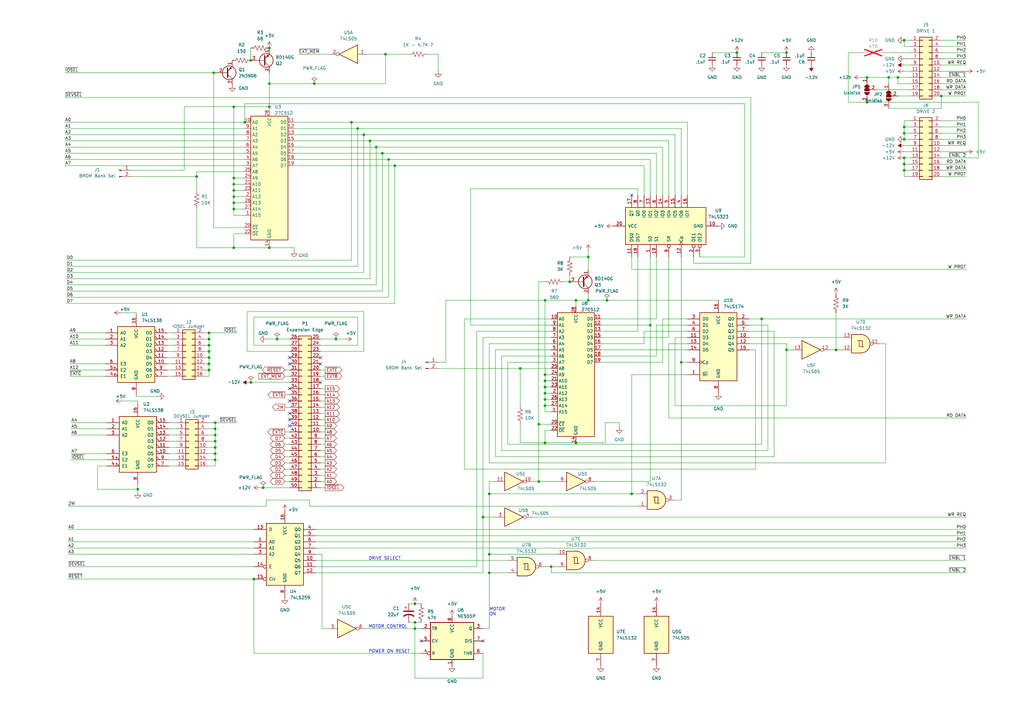
<source format=kicad_sch>
(kicad_sch
	(version 20250114)
	(generator "eeschema")
	(generator_version "9.0")
	(uuid "8d29f76a-632b-4d71-951f-82f85a7a70e9")
	(paper "A3")
	
	(text "DRIVE SELECT"
		(exclude_from_sim no)
		(at 151.13 229.87 0)
		(effects
			(font
				(size 1.27 1.27)
			)
			(justify left bottom)
		)
		(uuid "32096c80-1d98-4ed0-8b17-2c750151b76c")
	)
	(text "MOTOR CONTROL"
		(exclude_from_sim no)
		(at 151.13 257.81 0)
		(effects
			(font
				(size 1.27 1.27)
			)
			(justify left bottom)
		)
		(uuid "b6ef62f4-c465-4c3c-acae-af238f4f26b2")
	)
	(text "POWER ON RESET"
		(exclude_from_sim no)
		(at 151.13 267.97 0)
		(effects
			(font
				(size 1.27 1.27)
			)
			(justify left bottom)
		)
		(uuid "dc85ec82-107c-4516-8ee4-ef92570893f2")
	)
	(text "MOTOR\nON"
		(exclude_from_sim no)
		(at 200.66 252.73 0)
		(effects
			(font
				(size 1.27 1.27)
			)
			(justify left bottom)
		)
		(uuid "f1de4597-caac-4049-8722-f6b4249c5637")
	)
	(junction
		(at 110.49 101.6)
		(diameter 0)
		(color 0 0 0 0)
		(uuid "05c35608-664a-4ca0-a2cf-31b6dd200424")
	)
	(junction
		(at 223.52 156.21)
		(diameter 0)
		(color 0 0 0 0)
		(uuid "0879c555-36d5-4c97-9aed-43411da9ea34")
	)
	(junction
		(at 266.7 133.35)
		(diameter 0)
		(color 0 0 0 0)
		(uuid "0a7b412f-70cb-4bdd-ac90-37c18fe81247")
	)
	(junction
		(at 113.665 139.065)
		(diameter 0)
		(color 0 0 0 0)
		(uuid "0d70563e-f092-45cc-a046-356b7b533eae")
	)
	(junction
		(at 128.905 34.29)
		(diameter 0)
		(color 0 0 0 0)
		(uuid "11855bad-6517-4f30-a89f-01fa51388bef")
	)
	(junction
		(at 85.725 149.225)
		(diameter 0)
		(color 0 0 0 0)
		(uuid "15605a0c-cf96-43bb-bf76-4c3d136378e6")
	)
	(junction
		(at 85.725 146.685)
		(diameter 0)
		(color 0 0 0 0)
		(uuid "1d4718a5-778a-4c3f-af8e-520b4e244b5b")
	)
	(junction
		(at 88.265 188.595)
		(diameter 0)
		(color 0 0 0 0)
		(uuid "1e542cfd-ea36-43ee-93f7-7150fc86a6b4")
	)
	(junction
		(at 368.3 31.75)
		(diameter 0)
		(color 0 0 0 0)
		(uuid "1e8fbe2b-8679-4f6a-aaab-41b5049b065b")
	)
	(junction
		(at 386.08 39.37)
		(diameter 0)
		(color 0 0 0 0)
		(uuid "1ea8a149-4aba-4853-bb4c-0394837ed622")
	)
	(junction
		(at 223.52 163.83)
		(diameter 0)
		(color 0 0 0 0)
		(uuid "1f6afc94-5427-44ba-ab5f-f21ca14d71ab")
	)
	(junction
		(at 200.66 227.33)
		(diameter 0)
		(color 0 0 0 0)
		(uuid "21deab9e-fe49-40f1-b271-ad9e3c1158a7")
	)
	(junction
		(at 88.265 173.355)
		(diameter 0)
		(color 0 0 0 0)
		(uuid "24448ccd-4e6b-4297-b1cd-b6b3f34a53d5")
	)
	(junction
		(at 223.52 161.29)
		(diameter 0)
		(color 0 0 0 0)
		(uuid "245bc0dd-2dc9-4f33-9560-45e6c9b400d0")
	)
	(junction
		(at 95.885 78.105)
		(diameter 0)
		(color 0 0 0 0)
		(uuid "25f08a18-5173-49a1-aa77-e63c3fb09d67")
	)
	(junction
		(at 158.115 22.225)
		(diameter 0)
		(color 0 0 0 0)
		(uuid "27b08bf3-8111-4a1b-96e8-87c4fc51cf03")
	)
	(junction
		(at 100.33 50.165)
		(diameter 0)
		(color 0 0 0 0)
		(uuid "28fb8a3f-b729-4ea4-99d2-cd1ac9fbe931")
	)
	(junction
		(at 88.265 183.515)
		(diameter 0)
		(color 0 0 0 0)
		(uuid "2c34ae5a-d1be-4bcf-bebe-ffa670279c84")
	)
	(junction
		(at 241.3 105.41)
		(diameter 0)
		(color 0 0 0 0)
		(uuid "2fbcbfb6-89ff-44c4-b8ab-a14cc42ccb95")
	)
	(junction
		(at 146.685 52.705)
		(diameter 0)
		(color 0 0 0 0)
		(uuid "30f5f225-0a6f-48a9-bb29-175458688e88")
	)
	(junction
		(at 223.52 153.67)
		(diameter 0)
		(color 0 0 0 0)
		(uuid "3b5798c4-1c2c-4a98-b765-79969f2e65cd")
	)
	(junction
		(at 88.265 180.975)
		(diameter 0)
		(color 0 0 0 0)
		(uuid "3cd3a86d-dd12-4db6-88c3-bb7512f569e8")
	)
	(junction
		(at 95.885 85.725)
		(diameter 0)
		(color 0 0 0 0)
		(uuid "3d15289f-6bd0-498d-9a91-a024047ae632")
	)
	(junction
		(at 370.84 57.15)
		(diameter 0)
		(color 0 0 0 0)
		(uuid "40c57ef4-872a-4933-bfac-3fad98a7faeb")
	)
	(junction
		(at 248.92 123.19)
		(diameter 0)
		(color 0 0 0 0)
		(uuid "411117a2-cbb1-4f78-ac10-4506435da1cc")
	)
	(junction
		(at 95.885 73.025)
		(diameter 0)
		(color 0 0 0 0)
		(uuid "44338e21-f061-4f16-bddc-4b95d1200ff8")
	)
	(junction
		(at 56.515 200.66)
		(diameter 0)
		(color 0 0 0 0)
		(uuid "4474fbc5-95c0-46eb-be76-03f928b7ae21")
	)
	(junction
		(at 302.26 21.59)
		(diameter 0)
		(color 0 0 0 0)
		(uuid "463c12d8-e767-4dd8-97c0-cdb283823d10")
	)
	(junction
		(at 110.49 19.685)
		(diameter 0)
		(color 0 0 0 0)
		(uuid "48f81a56-49db-4185-8015-98a131804cbb")
	)
	(junction
		(at 259.08 202.565)
		(diameter 0)
		(color 0 0 0 0)
		(uuid "4d1bf63f-0fa7-41aa-b85c-9f91e7e3a330")
	)
	(junction
		(at 322.58 21.59)
		(diameter 0)
		(color 0 0 0 0)
		(uuid "5050a3d7-cc2e-41dc-a3ff-0ef2e03614ae")
	)
	(junction
		(at 88.265 175.895)
		(diameter 0)
		(color 0 0 0 0)
		(uuid "528db227-f1ec-48a4-84f3-957e6a0e2945")
	)
	(junction
		(at 85.725 141.605)
		(diameter 0)
		(color 0 0 0 0)
		(uuid "567b4917-422e-4da3-896c-e3f1f7b69bc9")
	)
	(junction
		(at 370.84 16.51)
		(diameter 0)
		(color 0 0 0 0)
		(uuid "5d0ce87b-48fa-46aa-8a28-60ec56664695")
	)
	(junction
		(at 88.265 186.055)
		(diameter 0)
		(color 0 0 0 0)
		(uuid "5f72fc10-b556-4014-a2dc-4c1edea61bbb")
	)
	(junction
		(at 220.98 173.99)
		(diameter 0)
		(color 0 0 0 0)
		(uuid "6268f925-3c3e-4c07-8457-e5d0c0f63fae")
	)
	(junction
		(at 154.305 60.325)
		(diameter 0)
		(color 0 0 0 0)
		(uuid "69a5cb29-894a-4088-9123-a45b36745aad")
	)
	(junction
		(at 88.265 178.435)
		(diameter 0)
		(color 0 0 0 0)
		(uuid "6beb30db-72de-42e8-a0d7-1b562182385d")
	)
	(junction
		(at 220.98 197.485)
		(diameter 0)
		(color 0 0 0 0)
		(uuid "6c2f69b3-9b7c-434c-bb20-a6baea35c014")
	)
	(junction
		(at 102.87 156.845)
		(diameter 0)
		(color 0 0 0 0)
		(uuid "73168b4e-2496-40f1-8c4e-8403ce5a783a")
	)
	(junction
		(at 104.14 237.49)
		(diameter 0)
		(color 0 0 0 0)
		(uuid "73b75c6b-0481-4c40-949d-c5403ad081db")
	)
	(junction
		(at 370.84 54.61)
		(diameter 0)
		(color 0 0 0 0)
		(uuid "786a55f6-f68a-4747-9143-eb9c21ad29f8")
	)
	(junction
		(at 161.925 67.945)
		(diameter 0)
		(color 0 0 0 0)
		(uuid "797db6ae-81a2-4e43-b4a3-1a961e3d2ce2")
	)
	(junction
		(at 151.765 57.785)
		(diameter 0)
		(color 0 0 0 0)
		(uuid "7b51218c-7899-428e-9d5a-d5cbdf48df8f")
	)
	(junction
		(at 159.385 65.405)
		(diameter 0)
		(color 0 0 0 0)
		(uuid "7fbb1f98-7376-4587-9074-f062416820d2")
	)
	(junction
		(at 241.3 123.19)
		(diameter 0)
		(color 0 0 0 0)
		(uuid "813bc9ac-6aff-4f98-8f32-f441000ea493")
	)
	(junction
		(at 233.68 115.57)
		(diameter 0)
		(color 0 0 0 0)
		(uuid "817bd96e-b692-4715-983a-e1dd4ef73bb8")
	)
	(junction
		(at 95.885 83.185)
		(diameter 0)
		(color 0 0 0 0)
		(uuid "82e60a17-5192-47b0-809b-9d2b4e3e2a41")
	)
	(junction
		(at 85.725 136.525)
		(diameter 0)
		(color 0 0 0 0)
		(uuid "83915695-10b4-4375-96ca-404e57c38876")
	)
	(junction
		(at 144.145 50.165)
		(diameter 0)
		(color 0 0 0 0)
		(uuid "84cb6800-fdec-4336-9e0d-692f16a0e20e")
	)
	(junction
		(at 279.4 148.59)
		(diameter 0)
		(color 0 0 0 0)
		(uuid "87a0eb59-2dce-441c-9dd8-c0e92ab69b80")
	)
	(junction
		(at 198.12 212.09)
		(diameter 0)
		(color 0 0 0 0)
		(uuid "8e5d7652-5f57-4b05-a03e-7724a43fa613")
	)
	(junction
		(at 95.885 101.6)
		(diameter 0)
		(color 0 0 0 0)
		(uuid "8f5ebc58-e6f8-4787-8942-a1ec1418d1b7")
	)
	(junction
		(at 322.58 143.51)
		(diameter 0)
		(color 0 0 0 0)
		(uuid "9072744a-3983-4bde-8321-c7b4fbdcaee0")
	)
	(junction
		(at 170.18 257.81)
		(diameter 0)
		(color 0 0 0 0)
		(uuid "94683f4a-bad4-4ca4-aec8-1e76d7911546")
	)
	(junction
		(at 170.18 255.27)
		(diameter 0)
		(color 0 0 0 0)
		(uuid "9689360c-62f4-4ccd-928a-0354a8b12062")
	)
	(junction
		(at 170.18 247.65)
		(diameter 0)
		(color 0 0 0 0)
		(uuid "98f039f2-3a30-409f-8e2f-7f3bd469c43e")
	)
	(junction
		(at 370.84 52.07)
		(diameter 0)
		(color 0 0 0 0)
		(uuid "9a860088-5b1b-4997-b300-ff2cfa89e410")
	)
	(junction
		(at 80.645 72.39)
		(diameter 0)
		(color 0 0 0 0)
		(uuid "9c85b338-410e-4f21-85a1-16cc577a80f6")
	)
	(junction
		(at 223.52 181.61)
		(diameter 0)
		(color 0 0 0 0)
		(uuid "9fe2b187-bc45-4cca-a998-2f56a15f492e")
	)
	(junction
		(at 213.36 151.13)
		(diameter 0)
		(color 0 0 0 0)
		(uuid "a3fd1932-06aa-4647-b2d8-ad94fa969d00")
	)
	(junction
		(at 156.845 62.865)
		(diameter 0)
		(color 0 0 0 0)
		(uuid "a40c354b-9e3f-4183-952c-982ff222b866")
	)
	(junction
		(at 223.52 158.75)
		(diameter 0)
		(color 0 0 0 0)
		(uuid "a55a0779-c230-4e34-bb7b-f0f7788b5802")
	)
	(junction
		(at 85.725 139.065)
		(diameter 0)
		(color 0 0 0 0)
		(uuid "a83d4110-ac2d-4f84-be37-09b66f571eb9")
	)
	(junction
		(at 370.84 67.31)
		(diameter 0)
		(color 0 0 0 0)
		(uuid "a8b53387-bb5e-4160-878a-021b66310ef4")
	)
	(junction
		(at 95.885 80.645)
		(diameter 0)
		(color 0 0 0 0)
		(uuid "a8beffd9-87f8-453c-afce-3b5f62487bd7")
	)
	(junction
		(at 110.49 34.29)
		(diameter 0)
		(color 0 0 0 0)
		(uuid "aa1ed054-f711-417c-8905-992984459449")
	)
	(junction
		(at 87.63 29.845)
		(diameter 0)
		(color 0 0 0 0)
		(uuid "aa8fb7e6-99cf-47d0-8987-dd0143778620")
	)
	(junction
		(at 85.725 151.765)
		(diameter 0)
		(color 0 0 0 0)
		(uuid "b1fa9f39-1a4a-4822-9751-a1f130395fdb")
	)
	(junction
		(at 85.725 144.145)
		(diameter 0)
		(color 0 0 0 0)
		(uuid "b39130d2-2e46-4427-8a0f-d53c56f819d3")
	)
	(junction
		(at 200.66 202.565)
		(diameter 0)
		(color 0 0 0 0)
		(uuid "b3d6d337-68bb-4836-b7fe-89e885bcad7c")
	)
	(junction
		(at 107.95 200.025)
		(diameter 0)
		(color 0 0 0 0)
		(uuid "b43531cc-d855-47bf-9fda-9f8d05b34154")
	)
	(junction
		(at 370.84 64.77)
		(diameter 0)
		(color 0 0 0 0)
		(uuid "b6c465a5-bb87-454a-97c7-05467e0dccf6")
	)
	(junction
		(at 200.66 234.95)
		(diameter 0)
		(color 0 0 0 0)
		(uuid "bf10109e-476a-4edb-af39-68c09c46d515")
	)
	(junction
		(at 149.225 55.245)
		(diameter 0)
		(color 0 0 0 0)
		(uuid "bf139f30-b47c-44ad-b650-ef3c6c14a974")
	)
	(junction
		(at 223.52 166.37)
		(diameter 0)
		(color 0 0 0 0)
		(uuid "cf82bfd1-c322-4834-8111-b1cc12dbb0c1")
	)
	(junction
		(at 355.6 31.75)
		(diameter 0)
		(color 0 0 0 0)
		(uuid "e148e5c5-24ad-4f9f-95ae-ac7f40a64813")
	)
	(junction
		(at 236.22 181.61)
		(diameter 0)
		(color 0 0 0 0)
		(uuid "e1ed6a2a-b089-4042-ae3a-4aafc9c776cd")
	)
	(junction
		(at 342.9 143.51)
		(diameter 0)
		(color 0 0 0 0)
		(uuid "e2416487-9682-4e25-b69e-39b86bcb6212")
	)
	(junction
		(at 223.52 123.19)
		(diameter 0)
		(color 0 0 0 0)
		(uuid "e44c4ffb-887d-4faa-822f-fe542d4a4c90")
	)
	(junction
		(at 137.795 139.065)
		(diameter 0)
		(color 0 0 0 0)
		(uuid "e76ea7fc-527b-4625-91f4-3cce4c59b318")
	)
	(junction
		(at 236.22 123.19)
		(diameter 0)
		(color 0 0 0 0)
		(uuid "e7b57ddc-28e9-4fe3-beee-f7ac91049199")
	)
	(junction
		(at 370.84 69.85)
		(diameter 0)
		(color 0 0 0 0)
		(uuid "e842378a-2f4b-489f-9cb1-df531ab6638b")
	)
	(junction
		(at 312.42 130.81)
		(diameter 0)
		(color 0 0 0 0)
		(uuid "ec467555-1589-4c66-b85c-290dc8c684e7")
	)
	(junction
		(at 95.885 43.815)
		(diameter 0)
		(color 0 0 0 0)
		(uuid "ec4ee92f-b995-4c82-a511-8424fb0c79b2")
	)
	(junction
		(at 102.87 24.765)
		(diameter 0)
		(color 0 0 0 0)
		(uuid "f3c78879-5f49-4fbc-8c25-cdbf689615e4")
	)
	(junction
		(at 226.06 232.41)
		(diameter 0)
		(color 0 0 0 0)
		(uuid "f7d6edbc-0cf0-400c-bdd8-390463e62a6f")
	)
	(junction
		(at 364.49 31.75)
		(diameter 0)
		(color 0 0 0 0)
		(uuid "f866dbb5-de03-4d6d-a840-f4944249ed73")
	)
	(junction
		(at 95.885 75.565)
		(diameter 0)
		(color 0 0 0 0)
		(uuid "fc92d096-10d0-42f8-9ddf-df80125b38cd")
	)
	(junction
		(at 355.6 41.91)
		(diameter 0)
		(color 0 0 0 0)
		(uuid "fe2cb73c-c9d3-40ab-a3af-645fc2e660d9")
	)
	(junction
		(at 110.49 43.815)
		(diameter 0)
		(color 0 0 0 0)
		(uuid "fe4b238e-e2ac-4962-9665-41ac3473b4bd")
	)
	(no_connect
		(at 131.445 146.685)
		(uuid "09cb5ca2-f037-4767-bd4d-094c054413ca")
	)
	(no_connect
		(at 118.745 149.225)
		(uuid "0c808b20-1ba0-487f-bde6-631fcdf86992")
	)
	(no_connect
		(at 172.72 262.89)
		(uuid "24ce83df-adc7-49b1-8de5-59140a6a241c")
	)
	(no_connect
		(at 259.08 80.01)
		(uuid "3801ac87-4c62-4d90-bb89-bd02a827a7a2")
	)
	(no_connect
		(at 118.745 172.085)
		(uuid "3df9b39c-f7bd-4e28-98f6-f2a8b555dccf")
	)
	(no_connect
		(at 118.745 169.545)
		(uuid "5ea4b0f4-536a-4279-ac4c-04203f194641")
	)
	(no_connect
		(at 131.445 149.225)
		(uuid "74c89753-aa43-46ac-82d6-f1c8035f7dc9")
	)
	(no_connect
		(at 198.12 262.89)
		(uuid "76bde493-9706-455b-a7ea-a279cace855f")
	)
	(no_connect
		(at 118.745 164.465)
		(uuid "7f40a9b2-6015-430a-bf2e-e9397fb5675f")
	)
	(no_connect
		(at 118.745 146.685)
		(uuid "845f3c28-3ea3-4169-9f2b-9dd6d4e7a7f3")
	)
	(no_connect
		(at 131.445 156.845)
		(uuid "a65c5215-f32e-4281-a70d-d2e04994f325")
	)
	(no_connect
		(at 118.745 174.625)
		(uuid "cc97dbf1-a437-4548-ac8f-50dfd2b59e4a")
	)
	(no_connect
		(at 118.745 159.385)
		(uuid "dfa21c67-ce2b-471f-aa3e-6773bee1e862")
	)
	(wire
		(pts
			(xy 322.58 140.97) (xy 322.58 143.51)
		)
		(stroke
			(width 0)
			(type default)
		)
		(uuid "002fd2d7-be66-4a87-8e49-65dcdd3be486")
	)
	(wire
		(pts
			(xy 248.285 181.61) (xy 248.285 173.355)
		)
		(stroke
			(width 0)
			(type default)
		)
		(uuid "003a73d5-bba8-4f69-b405-e7bae5f6934b")
	)
	(wire
		(pts
			(xy 386.08 44.45) (xy 386.08 39.37)
		)
		(stroke
			(width 0)
			(type default)
		)
		(uuid "005520ab-aa54-434d-95d0-10b1cd21ee1c")
	)
	(wire
		(pts
			(xy 85.725 136.525) (xy 85.725 139.065)
		)
		(stroke
			(width 0)
			(type default)
		)
		(uuid "00a94d22-003f-40ec-845f-c4453633bc53")
	)
	(wire
		(pts
			(xy 56.515 198.755) (xy 56.515 200.66)
		)
		(stroke
			(width 0)
			(type default)
		)
		(uuid "010d2632-ed4a-42a1-88c1-728d0e602dd6")
	)
	(wire
		(pts
			(xy 120.65 102.87) (xy 120.65 101.6)
		)
		(stroke
			(width 0)
			(type default)
		)
		(uuid "0185753a-a588-46cb-9bd2-7d92b7488512")
	)
	(wire
		(pts
			(xy 223.52 161.29) (xy 223.52 163.83)
		)
		(stroke
			(width 0)
			(type default)
		)
		(uuid "01ba4be6-9e75-4304-ab82-859249ee68f2")
	)
	(wire
		(pts
			(xy 193.04 77.47) (xy 193.04 133.35)
		)
		(stroke
			(width 0)
			(type default)
		)
		(uuid "01cfb3cc-45cf-4443-824a-1ca7d2dfc72d")
	)
	(wire
		(pts
			(xy 179.705 151.13) (xy 213.36 151.13)
		)
		(stroke
			(width 0)
			(type default)
		)
		(uuid "01d83745-668f-4543-9cc1-4a77d118a2b3")
	)
	(wire
		(pts
			(xy 170.18 257.81) (xy 172.72 257.81)
		)
		(stroke
			(width 0)
			(type default)
		)
		(uuid "02da0d16-3d12-46a4-9bc8-dac4689f99fc")
	)
	(wire
		(pts
			(xy 28.575 139.065) (xy 43.18 139.065)
		)
		(stroke
			(width 0)
			(type default)
		)
		(uuid "0372d352-2b15-4522-a99d-9b308d4b21f3")
	)
	(wire
		(pts
			(xy 236.22 123.19) (xy 236.22 125.73)
		)
		(stroke
			(width 0)
			(type default)
		)
		(uuid "03d3d3d3-e776-4c5d-a5f8-483f41545fa0")
	)
	(wire
		(pts
			(xy 276.86 55.245) (xy 276.86 80.01)
		)
		(stroke
			(width 0)
			(type default)
		)
		(uuid "040f556c-b731-474e-ba57-fe04d7580ff1")
	)
	(wire
		(pts
			(xy 203.2 187.325) (xy 317.5 187.325)
		)
		(stroke
			(width 0)
			(type default)
		)
		(uuid "0553e7ea-1d50-48ac-ac36-3cd63cd9aeea")
	)
	(wire
		(pts
			(xy 370.84 54.61) (xy 370.84 57.15)
		)
		(stroke
			(width 0)
			(type default)
		)
		(uuid "05fc52a7-2bcc-4649-8376-4c214b84bb97")
	)
	(wire
		(pts
			(xy 83.82 141.605) (xy 85.725 141.605)
		)
		(stroke
			(width 0)
			(type default)
		)
		(uuid "069b6b70-2781-406e-a655-e9752625b982")
	)
	(wire
		(pts
			(xy 104.14 130.048) (xy 104.14 141.605)
		)
		(stroke
			(width 0)
			(type default)
		)
		(uuid "07f2b615-5605-464c-80d8-11014832cdd0")
	)
	(wire
		(pts
			(xy 158.115 34.29) (xy 158.115 22.225)
		)
		(stroke
			(width 0)
			(type default)
		)
		(uuid "07f86f79-4086-4875-8ceb-b9ee61abd8d7")
	)
	(wire
		(pts
			(xy 129.54 229.87) (xy 208.28 229.87)
		)
		(stroke
			(width 0)
			(type default)
		)
		(uuid "07f89384-a348-4bbf-a28a-b33c80b0b3ed")
	)
	(wire
		(pts
			(xy 236.22 181.61) (xy 223.52 181.61)
		)
		(stroke
			(width 0)
			(type default)
		)
		(uuid "0823ec80-9f4f-4636-8f6b-e201415c7393")
	)
	(wire
		(pts
			(xy 386.08 69.85) (xy 396.24 69.85)
		)
		(stroke
			(width 0)
			(type default)
		)
		(uuid "08362519-b1e4-4590-b4b6-c24b3a2cf7bb")
	)
	(wire
		(pts
			(xy 190.5 192.405) (xy 309.88 192.405)
		)
		(stroke
			(width 0)
			(type default)
		)
		(uuid "0a546a50-d10e-4e34-9f3b-20da1ac81caa")
	)
	(wire
		(pts
			(xy 226.06 234.95) (xy 396.24 234.95)
		)
		(stroke
			(width 0)
			(type default)
		)
		(uuid "0ae6ec9f-c2d0-41a1-90f4-0b58ed9f7c02")
	)
	(wire
		(pts
			(xy 120.65 60.325) (xy 154.305 60.325)
		)
		(stroke
			(width 0)
			(type default)
		)
		(uuid "0b9926af-65cd-4ea2-9312-fe7c9913ce8e")
	)
	(wire
		(pts
			(xy 83.82 144.145) (xy 85.725 144.145)
		)
		(stroke
			(width 0)
			(type default)
		)
		(uuid "0be18984-773f-49ef-a1ef-0ae3e40ae114")
	)
	(wire
		(pts
			(xy 246.38 133.35) (xy 266.7 133.35)
		)
		(stroke
			(width 0)
			(type default)
		)
		(uuid "0c7cadb5-6da1-4221-83d0-f0170aff118f")
	)
	(wire
		(pts
			(xy 131.445 189.865) (xy 133.35 189.865)
		)
		(stroke
			(width 0)
			(type default)
		)
		(uuid "0cd9d382-dd16-4687-ae20-27db55c4969f")
	)
	(wire
		(pts
			(xy 322.58 21.59) (xy 312.42 21.59)
		)
		(stroke
			(width 0)
			(type default)
		)
		(uuid "0eb99482-694f-4ff1-89fa-58ae1322d661")
	)
	(wire
		(pts
			(xy 95.885 83.185) (xy 95.885 85.725)
		)
		(stroke
			(width 0)
			(type default)
		)
		(uuid "0ee42175-0922-4fb8-8624-c0ef2f28e750")
	)
	(wire
		(pts
			(xy 29.21 178.435) (xy 43.815 178.435)
		)
		(stroke
			(width 0)
			(type default)
		)
		(uuid "0eeabcd7-348c-496c-bf89-9efee8011e76")
	)
	(wire
		(pts
			(xy 75.565 43.815) (xy 75.565 69.85)
		)
		(stroke
			(width 0)
			(type default)
		)
		(uuid "0f6a6bb9-658a-4cc8-aaab-2f8456bff783")
	)
	(wire
		(pts
			(xy 220.98 115.57) (xy 220.98 173.99)
		)
		(stroke
			(width 0)
			(type default)
		)
		(uuid "0fe8bb65-946b-4e9d-a4b7-45277f4d9e4f")
	)
	(wire
		(pts
			(xy 131.445 161.925) (xy 133.35 161.925)
		)
		(stroke
			(width 0)
			(type default)
		)
		(uuid "11530c3b-e92a-4222-8587-26beff227523")
	)
	(wire
		(pts
			(xy 223.52 156.21) (xy 226.06 156.21)
		)
		(stroke
			(width 0)
			(type default)
		)
		(uuid "11aec3cf-6786-4b61-9abd-5102df521d8b")
	)
	(wire
		(pts
			(xy 85.725 149.225) (xy 85.725 151.765)
		)
		(stroke
			(width 0)
			(type default)
		)
		(uuid "11dd4137-c665-4866-85ed-f9fe8e15cd9c")
	)
	(wire
		(pts
			(xy 146.685 130.048) (xy 104.14 130.048)
		)
		(stroke
			(width 0)
			(type default)
		)
		(uuid "12ae0546-56ce-4946-ae78-a3f728f0fec8")
	)
	(wire
		(pts
			(xy 223.52 166.37) (xy 226.06 166.37)
		)
		(stroke
			(width 0)
			(type default)
		)
		(uuid "146549e8-1fcd-4d37-bd27-c60fa48989bf")
	)
	(wire
		(pts
			(xy 80.645 78.105) (xy 80.645 72.39)
		)
		(stroke
			(width 0)
			(type default)
		)
		(uuid "1494a00a-d5e6-40d3-8a0d-634b4142dc48")
	)
	(wire
		(pts
			(xy 129.54 219.71) (xy 396.24 219.71)
		)
		(stroke
			(width 0)
			(type default)
		)
		(uuid "1509c567-c73b-47f2-8d0f-5f03d2c921cd")
	)
	(wire
		(pts
			(xy 101.346 144.145) (xy 118.745 144.145)
		)
		(stroke
			(width 0)
			(type default)
		)
		(uuid "151c7a5c-1632-4466-9a42-660310eb7d64")
	)
	(wire
		(pts
			(xy 116.84 167.005) (xy 118.745 167.005)
		)
		(stroke
			(width 0)
			(type default)
		)
		(uuid "15b9b2c6-c334-4e36-8e4f-94f73fcd7630")
	)
	(wire
		(pts
			(xy 131.445 154.305) (xy 133.35 154.305)
		)
		(stroke
			(width 0)
			(type default)
		)
		(uuid "16401bde-830b-4199-83e6-9779a594a4d2")
	)
	(wire
		(pts
			(xy 116.84 192.405) (xy 118.745 192.405)
		)
		(stroke
			(width 0)
			(type default)
		)
		(uuid "17982d4b-6e11-43bc-b285-ce88a4c766c4")
	)
	(wire
		(pts
			(xy 149.225 55.245) (xy 149.225 111.76)
		)
		(stroke
			(width 0)
			(type default)
		)
		(uuid "188d085c-7dae-4530-bce0-1bd1ae787617")
	)
	(wire
		(pts
			(xy 27.305 109.22) (xy 146.685 109.22)
		)
		(stroke
			(width 0)
			(type default)
		)
		(uuid "18bb29e6-bd56-4695-9c90-9d4b55326793")
	)
	(wire
		(pts
			(xy 95.885 80.645) (xy 100.33 80.645)
		)
		(stroke
			(width 0)
			(type default)
		)
		(uuid "18cd97b8-567e-461a-a569-6d9b12001701")
	)
	(wire
		(pts
			(xy 161.925 67.945) (xy 161.925 124.46)
		)
		(stroke
			(width 0)
			(type default)
		)
		(uuid "19500551-9ab5-4760-9805-a118fda9c985")
	)
	(wire
		(pts
			(xy 137.795 139.065) (xy 141.605 139.065)
		)
		(stroke
			(width 0)
			(type default)
		)
		(uuid "1aba3dc2-049b-4e21-8ae3-c106f809e894")
	)
	(wire
		(pts
			(xy 305.435 105.41) (xy 287.02 105.41)
		)
		(stroke
			(width 0)
			(type default)
		)
		(uuid "1b90a748-4469-4403-b368-76126115304b")
	)
	(wire
		(pts
			(xy 131.445 187.325) (xy 133.35 187.325)
		)
		(stroke
			(width 0)
			(type default)
		)
		(uuid "1bdb2ec4-0b54-486d-ab8a-3a3cf73fc46f")
	)
	(wire
		(pts
			(xy 386.08 67.31) (xy 396.24 67.31)
		)
		(stroke
			(width 0)
			(type default)
		)
		(uuid "1be80b5c-5e71-4a4a-961c-b34579570a79")
	)
	(wire
		(pts
			(xy 144.145 50.165) (xy 281.94 50.165)
		)
		(stroke
			(width 0)
			(type default)
		)
		(uuid "1c9db634-753f-4221-a5bc-7ad4208eb554")
	)
	(wire
		(pts
			(xy 129.54 224.79) (xy 396.24 224.79)
		)
		(stroke
			(width 0)
			(type default)
		)
		(uuid "1cab1c13-e5e2-44d6-8611-199df41cc51a")
	)
	(wire
		(pts
			(xy 223.52 161.29) (xy 226.06 161.29)
		)
		(stroke
			(width 0)
			(type default)
		)
		(uuid "1cb61f41-3d1c-4dff-9479-62fab2287e26")
	)
	(wire
		(pts
			(xy 386.08 57.15) (xy 396.24 57.15)
		)
		(stroke
			(width 0)
			(type default)
		)
		(uuid "1d496e3c-d9a8-486f-a410-c99bf08bd807")
	)
	(wire
		(pts
			(xy 364.49 31.75) (xy 368.3 31.75)
		)
		(stroke
			(width 0)
			(type default)
		)
		(uuid "1dda161e-260d-4726-85f3-e91e571d654a")
	)
	(wire
		(pts
			(xy 198.12 138.43) (xy 198.12 212.09)
		)
		(stroke
			(width 0)
			(type default)
		)
		(uuid "1e9b3331-6e4c-425f-bd5b-40abfe37006d")
	)
	(wire
		(pts
			(xy 159.385 65.405) (xy 159.385 121.92)
		)
		(stroke
			(width 0)
			(type default)
		)
		(uuid "1eb92119-727b-45ae-afe1-c32360d66c60")
	)
	(wire
		(pts
			(xy 213.36 181.61) (xy 213.36 173.99)
		)
		(stroke
			(width 0)
			(type default)
		)
		(uuid "1f047f7a-4f58-483c-a838-16e33a170444")
	)
	(wire
		(pts
			(xy 236.22 123.19) (xy 241.3 123.19)
		)
		(stroke
			(width 0)
			(type default)
		)
		(uuid "1f822886-b150-4786-b463-4be39e03903a")
	)
	(wire
		(pts
			(xy 386.08 64.77) (xy 401.32 64.77)
		)
		(stroke
			(width 0)
			(type default)
		)
		(uuid "1fe2f8af-ca13-49d2-b540-1d676020e7bd")
	)
	(wire
		(pts
			(xy 149.225 144.145) (xy 149.225 127.762)
		)
		(stroke
			(width 0)
			(type default)
		)
		(uuid "203d27a7-ebba-4d12-badd-bc5fc73a868a")
	)
	(wire
		(pts
			(xy 95.885 101.6) (xy 80.645 101.6)
		)
		(stroke
			(width 0)
			(type default)
		)
		(uuid "204e05df-26b4-4276-bf7a-8eea107c2c98")
	)
	(wire
		(pts
			(xy 146.685 52.705) (xy 279.4 52.705)
		)
		(stroke
			(width 0)
			(type default)
		)
		(uuid "206dcf71-bf16-4891-9f5e-88ec4e245610")
	)
	(wire
		(pts
			(xy 302.26 21.59) (xy 292.1 21.59)
		)
		(stroke
			(width 0)
			(type default)
		)
		(uuid "20b6a1e8-b9fb-42eb-aebb-c1936f2291ce")
	)
	(wire
		(pts
			(xy 68.58 146.685) (xy 71.12 146.685)
		)
		(stroke
			(width 0)
			(type default)
		)
		(uuid "226991fb-ca2b-48ff-8520-0a29fe7d9306")
	)
	(wire
		(pts
			(xy 353.06 31.75) (xy 355.6 31.75)
		)
		(stroke
			(width 0)
			(type default)
		)
		(uuid "22875feb-91b0-472b-8b00-e74ac9893d1e")
	)
	(wire
		(pts
			(xy 269.24 62.865) (xy 269.24 80.01)
		)
		(stroke
			(width 0)
			(type default)
		)
		(uuid "2375a23b-508c-4bd3-8e4f-5aebe6b07800")
	)
	(wire
		(pts
			(xy 80.645 72.39) (xy 80.645 70.485)
		)
		(stroke
			(width 0)
			(type default)
		)
		(uuid "23955a25-f4da-497a-b473-c0e5f5f270aa")
	)
	(wire
		(pts
			(xy 182.88 123.19) (xy 182.88 148.59)
		)
		(stroke
			(width 0)
			(type default)
		)
		(uuid "2398833d-04b7-452d-ba6b-d7e4fe02f403")
	)
	(wire
		(pts
			(xy 274.32 105.41) (xy 274.32 138.43)
		)
		(stroke
			(width 0)
			(type default)
		)
		(uuid "23cc4ae3-9b03-40bb-82e0-23fc4d40ea5f")
	)
	(wire
		(pts
			(xy 29.21 173.355) (xy 43.815 173.355)
		)
		(stroke
			(width 0)
			(type default)
		)
		(uuid "23d03d7f-3fa3-4262-94ef-c7d67723f473")
	)
	(wire
		(pts
			(xy 363.22 189.865) (xy 363.22 140.97)
		)
		(stroke
			(width 0)
			(type default)
		)
		(uuid "24bfe3c6-60e2-4a78-bb62-924392218143")
	)
	(wire
		(pts
			(xy 131.445 179.705) (xy 133.35 179.705)
		)
		(stroke
			(width 0)
			(type default)
		)
		(uuid "25d35aca-2b44-482d-a9c6-cd18913cbaf2")
	)
	(wire
		(pts
			(xy 317.5 187.325) (xy 317.5 135.89)
		)
		(stroke
			(width 0)
			(type default)
		)
		(uuid "26bfe3d7-2568-4e2f-8999-9e95f79e347d")
	)
	(wire
		(pts
			(xy 85.09 173.355) (xy 88.265 173.355)
		)
		(stroke
			(width 0)
			(type default)
		)
		(uuid "27b53377-6b90-493b-b895-b0fcefdc409c")
	)
	(wire
		(pts
			(xy 55.88 162.56) (xy 55.88 161.925)
		)
		(stroke
			(width 0)
			(type default)
		)
		(uuid "285627d0-acc1-4cd2-89a3-1af34c724ae4")
	)
	(wire
		(pts
			(xy 27.94 207.645) (xy 109.22 207.645)
		)
		(stroke
			(width 0)
			(type default)
		)
		(uuid "29c06ac6-9c42-4ff5-bb25-48d0c8388580")
	)
	(wire
		(pts
			(xy 170.18 278.13) (xy 170.18 257.81)
		)
		(stroke
			(width 0)
			(type default)
		)
		(uuid "2a298268-8c25-4a45-ac9c-e4dea7c4f57f")
	)
	(wire
		(pts
			(xy 100.33 42.545) (xy 100.33 50.165)
		)
		(stroke
			(width 0)
			(type default)
		)
		(uuid "2a2a7cf9-e7e9-47ed-92d0-ed0421f9cb4d")
	)
	(wire
		(pts
			(xy 131.445 174.625) (xy 133.35 174.625)
		)
		(stroke
			(width 0)
			(type default)
		)
		(uuid "2ab04268-d2c1-443d-9da8-f95d2b922db2")
	)
	(wire
		(pts
			(xy 53.975 72.39) (xy 80.645 72.39)
		)
		(stroke
			(width 0)
			(type default)
		)
		(uuid "2b5a2f12-d2ee-4114-84b5-06e37c3a525f")
	)
	(wire
		(pts
			(xy 342.9 143.51) (xy 342.9 128.27)
		)
		(stroke
			(width 0)
			(type default)
		)
		(uuid "2ba5ec4f-a8db-4682-b3f7-54096fceba9a")
	)
	(wire
		(pts
			(xy 243.84 197.485) (xy 266.7 197.485)
		)
		(stroke
			(width 0)
			(type default)
		)
		(uuid "2c16da2e-69d4-4190-802f-fbd3cd59c96a")
	)
	(wire
		(pts
			(xy 129.54 234.95) (xy 198.12 234.95)
		)
		(stroke
			(width 0)
			(type default)
		)
		(uuid "2c8f55da-067b-4d3b-820e-5c0a11e5c7ab")
	)
	(wire
		(pts
			(xy 266.7 65.405) (xy 266.7 80.01)
		)
		(stroke
			(width 0)
			(type default)
		)
		(uuid "2c9b0c63-46b3-42f9-8c9e-6a34c099e00c")
	)
	(wire
		(pts
			(xy 190.5 130.81) (xy 226.06 130.81)
		)
		(stroke
			(width 0)
			(type default)
		)
		(uuid "2c9b1e05-123b-4754-adb2-bc98e3bb0e97")
	)
	(wire
		(pts
			(xy 27.305 106.68) (xy 144.145 106.68)
		)
		(stroke
			(width 0)
			(type default)
		)
		(uuid "2cbe804e-fa9f-40b7-8273-4e50a6d4c6f4")
	)
	(wire
		(pts
			(xy 27.305 111.76) (xy 149.225 111.76)
		)
		(stroke
			(width 0)
			(type default)
		)
		(uuid "2cc0634a-2688-4834-ae28-e2595dafd825")
	)
	(wire
		(pts
			(xy 200.66 227.33) (xy 200.66 234.95)
		)
		(stroke
			(width 0)
			(type default)
		)
		(uuid "2cc630b5-2500-4fa2-886f-ccf6a7ba2fa0")
	)
	(wire
		(pts
			(xy 95.885 83.185) (xy 100.33 83.185)
		)
		(stroke
			(width 0)
			(type default)
		)
		(uuid "2d35af53-f4dc-4d5f-894d-cb4d07b6d7c6")
	)
	(wire
		(pts
			(xy 83.82 154.305) (xy 85.725 154.305)
		)
		(stroke
			(width 0)
			(type default)
		)
		(uuid "2e1afdfd-04a4-4a81-86fa-5d91ad3a5d78")
	)
	(wire
		(pts
			(xy 116.84 182.245) (xy 118.745 182.245)
		)
		(stroke
			(width 0)
			(type default)
		)
		(uuid "2f250031-cd09-4dcd-a85f-5ef9ad5a6c05")
	)
	(wire
		(pts
			(xy 386.08 21.59) (xy 396.24 21.59)
		)
		(stroke
			(width 0)
			(type default)
		)
		(uuid "2f6019e0-a517-4718-a181-073367eb84ab")
	)
	(wire
		(pts
			(xy 200.66 140.97) (xy 200.66 189.865)
		)
		(stroke
			(width 0)
			(type default)
		)
		(uuid "2fb296b0-6096-4c7a-85c9-e6a15a41ef1a")
	)
	(wire
		(pts
			(xy 95.885 75.565) (xy 95.885 78.105)
		)
		(stroke
			(width 0)
			(type default)
		)
		(uuid "30403b14-9def-435c-bd6f-a85844ce71df")
	)
	(wire
		(pts
			(xy 27.305 124.46) (xy 161.925 124.46)
		)
		(stroke
			(width 0)
			(type default)
		)
		(uuid "30d6aadb-d508-4cae-a200-774e606bbfa1")
	)
	(wire
		(pts
			(xy 233.68 115.57) (xy 231.14 115.57)
		)
		(stroke
			(width 0)
			(type default)
		)
		(uuid "31b5ebc2-359a-436c-b28f-d05f12289e57")
	)
	(wire
		(pts
			(xy 261.62 105.41) (xy 261.62 135.89)
		)
		(stroke
			(width 0)
			(type default)
		)
		(uuid "31d27f1b-b8bd-4e3f-b671-71b0b22ff6ff")
	)
	(wire
		(pts
			(xy 28.575 136.525) (xy 43.18 136.525)
		)
		(stroke
			(width 0)
			(type default)
		)
		(uuid "32ebe881-783b-4267-a979-85a0df767077")
	)
	(wire
		(pts
			(xy 200.66 189.865) (xy 363.22 189.865)
		)
		(stroke
			(width 0)
			(type default)
		)
		(uuid "34df1aa3-641f-4d1c-aae0-195b7c53ff43")
	)
	(wire
		(pts
			(xy 307.34 135.89) (xy 317.5 135.89)
		)
		(stroke
			(width 0)
			(type default)
		)
		(uuid "353ea4d8-3abc-48c0-990c-e9d2b9121467")
	)
	(wire
		(pts
			(xy 281.94 50.165) (xy 281.94 80.01)
		)
		(stroke
			(width 0)
			(type default)
		)
		(uuid "355d96a7-b863-431a-a668-481b97175e85")
	)
	(wire
		(pts
			(xy 131.445 192.405) (xy 133.35 192.405)
		)
		(stroke
			(width 0)
			(type default)
		)
		(uuid "35ee101e-87d7-4b57-ab93-1eb6551f657b")
	)
	(wire
		(pts
			(xy 80.645 85.725) (xy 80.645 101.6)
		)
		(stroke
			(width 0)
			(type default)
		)
		(uuid "3602f1c3-a297-477e-8d41-723debe510c7")
	)
	(wire
		(pts
			(xy 131.445 200.025) (xy 133.35 200.025)
		)
		(stroke
			(width 0)
			(type default)
		)
		(uuid "36320a72-48da-4e36-8f3e-297e7299917f")
	)
	(wire
		(pts
			(xy 27.94 217.17) (xy 104.14 217.17)
		)
		(stroke
			(width 0)
			(type default)
		)
		(uuid "369901b2-1923-434e-a616-68211a0c0ce3")
	)
	(wire
		(pts
			(xy 49.53 128.27) (xy 55.88 128.27)
		)
		(stroke
			(width 0)
			(type default)
		)
		(uuid "3ab9f7fa-bb85-4bd9-a0b9-1a628caa4860")
	)
	(wire
		(pts
			(xy 167.64 247.65) (xy 170.18 247.65)
		)
		(stroke
			(width 0)
			(type default)
		)
		(uuid "3d57f0a0-b1c2-4787-ae65-480f4bd3f77f")
	)
	(wire
		(pts
			(xy 370.84 49.53) (xy 370.84 52.07)
		)
		(stroke
			(width 0)
			(type default)
		)
		(uuid "3d95c92d-78c7-41b6-8e43-8b3d8ab38152")
	)
	(wire
		(pts
			(xy 386.08 31.75) (xy 396.24 31.75)
		)
		(stroke
			(width 0)
			(type default)
		)
		(uuid "3ec79136-0629-45f8-b356-c72f40a2e69d")
	)
	(wire
		(pts
			(xy 218.44 197.485) (xy 220.98 197.485)
		)
		(stroke
			(width 0)
			(type default)
		)
		(uuid "3ef97970-f9aa-4dc6-890a-33e0c998d573")
	)
	(wire
		(pts
			(xy 243.84 229.87) (xy 396.24 229.87)
		)
		(stroke
			(width 0)
			(type default)
		)
		(uuid "3f141edf-b1b7-4c25-823b-bfa03f422569")
	)
	(wire
		(pts
			(xy 259.08 202.565) (xy 261.62 202.565)
		)
		(stroke
			(width 0)
			(type default)
		)
		(uuid "3fa16c28-6be2-4e36-9bc7-2cd17d08b4ad")
	)
	(wire
		(pts
			(xy 95.885 85.725) (xy 95.885 88.265)
		)
		(stroke
			(width 0)
			(type default)
		)
		(uuid "3facc87a-ce1e-47ac-b4be-1cdec47aa07f")
	)
	(wire
		(pts
			(xy 386.08 24.13) (xy 396.24 24.13)
		)
		(stroke
			(width 0)
			(type default)
		)
		(uuid "3feed079-8bc6-4d67-ab7d-8e4a65739e53")
	)
	(wire
		(pts
			(xy 43.815 191.135) (xy 40.005 191.135)
		)
		(stroke
			(width 0)
			(type default)
		)
		(uuid "3fff86d1-0215-40f2-b4f5-1d9d13e46f2d")
	)
	(wire
		(pts
			(xy 26.67 62.865) (xy 100.33 62.865)
		)
		(stroke
			(width 0)
			(type default)
		)
		(uuid "4019359a-3bb6-4c73-be9d-69368d44296d")
	)
	(wire
		(pts
			(xy 363.22 140.97) (xy 360.68 140.97)
		)
		(stroke
			(width 0)
			(type default)
		)
		(uuid "4073090a-4063-48ca-bfd0-7b0959a55051")
	)
	(wire
		(pts
			(xy 261.62 77.47) (xy 261.62 80.01)
		)
		(stroke
			(width 0)
			(type default)
		)
		(uuid "40a91ace-baf0-4028-b422-59ec3ca66b70")
	)
	(wire
		(pts
			(xy 223.52 123.19) (xy 236.22 123.19)
		)
		(stroke
			(width 0)
			(type default)
		)
		(uuid "40b37fdc-49cf-470d-801c-1a777e9b0e0e")
	)
	(wire
		(pts
			(xy 370.84 29.21) (xy 373.38 29.21)
		)
		(stroke
			(width 0)
			(type default)
		)
		(uuid "41060587-c2d8-4e8f-a01c-928ff4b0ca66")
	)
	(wire
		(pts
			(xy 208.28 148.59) (xy 226.06 148.59)
		)
		(stroke
			(width 0)
			(type default)
		)
		(uuid "413955d3-54ef-4cef-a747-15446cda4e53")
	)
	(wire
		(pts
			(xy 156.845 62.865) (xy 156.845 119.38)
		)
		(stroke
			(width 0)
			(type default)
		)
		(uuid "42282eba-76d3-4680-9acd-29a7910d6f92")
	)
	(wire
		(pts
			(xy 85.09 188.595) (xy 88.265 188.595)
		)
		(stroke
			(width 0)
			(type default)
		)
		(uuid "43c33852-1f67-4bb5-9440-75bf4abec522")
	)
	(wire
		(pts
			(xy 223.52 181.61) (xy 223.52 176.53)
		)
		(stroke
			(width 0)
			(type default)
		)
		(uuid "44c039d4-f085-49cd-a110-1f3238b09e54")
	)
	(wire
		(pts
			(xy 220.98 173.99) (xy 226.06 173.99)
		)
		(stroke
			(width 0)
			(type default)
		)
		(uuid "460ddc7c-014e-454b-a96a-299dbf13db24")
	)
	(wire
		(pts
			(xy 226.06 135.89) (xy 195.58 135.89)
		)
		(stroke
			(width 0)
			(type default)
		)
		(uuid "465934ab-66ff-47fc-819e-58114d99ea9d")
	)
	(wire
		(pts
			(xy 28.575 141.605) (xy 43.18 141.605)
		)
		(stroke
			(width 0)
			(type default)
		)
		(uuid "490d48b1-f053-4697-8c4f-7354f1c4942b")
	)
	(wire
		(pts
			(xy 200.66 227.33) (xy 228.6 227.33)
		)
		(stroke
			(width 0)
			(type default)
		)
		(uuid "49bb305e-3022-453e-9d2d-8ba74eb866d4")
	)
	(wire
		(pts
			(xy 120.65 65.405) (xy 159.385 65.405)
		)
		(stroke
			(width 0)
			(type default)
		)
		(uuid "4a7a3df5-faa0-4584-a24d-1e962d801590")
	)
	(wire
		(pts
			(xy 246.38 138.43) (xy 274.32 138.43)
		)
		(stroke
			(width 0)
			(type default)
		)
		(uuid "4b585418-42cb-4130-9dc1-e19780fdbeff")
	)
	(wire
		(pts
			(xy 40.005 200.66) (xy 56.515 200.66)
		)
		(stroke
			(width 0)
			(type default)
		)
		(uuid "4b72144a-2762-4bc0-934e-9ff21d760d4b")
	)
	(wire
		(pts
			(xy 95.885 80.645) (xy 95.885 83.185)
		)
		(stroke
			(width 0)
			(type default)
		)
		(uuid "4c009b05-d5d4-4d36-a889-932f5925874e")
	)
	(wire
		(pts
			(xy 88.265 173.355) (xy 97.155 173.355)
		)
		(stroke
			(width 0)
			(type default)
		)
		(uuid "4c01b922-5572-40b4-9187-797f37f98304")
	)
	(wire
		(pts
			(xy 95.885 73.025) (xy 95.885 75.565)
		)
		(stroke
			(width 0)
			(type default)
		)
		(uuid "4c132c6d-df46-42cf-b45e-6aa46e7d1930")
	)
	(wire
		(pts
			(xy 27.305 114.3) (xy 151.765 114.3)
		)
		(stroke
			(width 0)
			(type default)
		)
		(uuid "4c9736e0-4d2a-48e6-a968-290a0d85c195")
	)
	(wire
		(pts
			(xy 69.215 186.055) (xy 72.39 186.055)
		)
		(stroke
			(width 0)
			(type default)
		)
		(uuid "4d65ab1b-aa46-4fa7-8dbc-568fab631322")
	)
	(wire
		(pts
			(xy 50.165 164.465) (xy 56.515 164.465)
		)
		(stroke
			(width 0)
			(type default)
		)
		(uuid "4df0addc-455f-4f25-a987-a8f3268a0193")
	)
	(wire
		(pts
			(xy 361.95 21.59) (xy 373.38 21.59)
		)
		(stroke
			(width 0)
			(type default)
		)
		(uuid "4e3aa3e8-0244-470c-bc9b-3303860903a9")
	)
	(wire
		(pts
			(xy 370.84 57.15) (xy 373.38 57.15)
		)
		(stroke
			(width 0)
			(type default)
		)
		(uuid "4e3b2be0-5f48-44a9-8d85-58e214a78b0e")
	)
	(wire
		(pts
			(xy 223.52 158.75) (xy 226.06 158.75)
		)
		(stroke
			(width 0)
			(type default)
		)
		(uuid "4e85e04f-c582-42d8-ac91-957e0b4f6fc9")
	)
	(wire
		(pts
			(xy 144.145 50.165) (xy 144.145 106.68)
		)
		(stroke
			(width 0)
			(type default)
		)
		(uuid "4ebd9146-8c37-4161-8f9d-34a263571f42")
	)
	(wire
		(pts
			(xy 274.32 140.97) (xy 281.94 140.97)
		)
		(stroke
			(width 0)
			(type default)
		)
		(uuid "4f19f767-46f5-4d76-b736-68466d9c93a0")
	)
	(wire
		(pts
			(xy 116.84 177.165) (xy 118.745 177.165)
		)
		(stroke
			(width 0)
			(type default)
		)
		(uuid "4faa7985-0186-4e99-b44b-c38c9bbb3ee9")
	)
	(wire
		(pts
			(xy 110.49 34.29) (xy 110.49 43.815)
		)
		(stroke
			(width 0)
			(type default)
		)
		(uuid "5002dc41-5ba7-4a17-8ea3-dc67333ed9cb")
	)
	(wire
		(pts
			(xy 85.09 178.435) (xy 88.265 178.435)
		)
		(stroke
			(width 0)
			(type default)
		)
		(uuid "503ed22f-e666-4adf-a7f5-9aec028d4ff9")
	)
	(wire
		(pts
			(xy 116.84 184.785) (xy 118.745 184.785)
		)
		(stroke
			(width 0)
			(type default)
		)
		(uuid "50614a38-6480-4f87-98cc-9f11de71a2bd")
	)
	(wire
		(pts
			(xy 340.36 143.51) (xy 342.9 143.51)
		)
		(stroke
			(width 0)
			(type default)
		)
		(uuid "50e1d9c1-0b2c-43f6-be44-fc8565473599")
	)
	(wire
		(pts
			(xy 198.12 212.09) (xy 198.12 234.95)
		)
		(stroke
			(width 0)
			(type default)
		)
		(uuid "50e1f7d1-0fd4-4c45-b068-56d850b41a9e")
	)
	(wire
		(pts
			(xy 200.66 202.565) (xy 200.66 197.485)
		)
		(stroke
			(width 0)
			(type default)
		)
		(uuid "512e8485-4cef-4269-bb7d-4a192cf0d938")
	)
	(wire
		(pts
			(xy 56.515 164.465) (xy 56.515 165.735)
		)
		(stroke
			(width 0)
			(type default)
		)
		(uuid "52a80e8c-362d-4971-8190-c9279682555a")
	)
	(wire
		(pts
			(xy 309.88 192.405) (xy 309.88 143.51)
		)
		(stroke
			(width 0)
			(type default)
		)
		(uuid "52c4c782-599c-47c8-8692-355a1340da56")
	)
	(wire
		(pts
			(xy 122.555 22.225) (xy 135.255 22.225)
		)
		(stroke
			(width 0)
			(type default)
		)
		(uuid "531236f9-7668-4b77-9f03-d5c4d0bfea5c")
	)
	(wire
		(pts
			(xy 223.52 181.61) (xy 213.36 181.61)
		)
		(stroke
			(width 0)
			(type default)
		)
		(uuid "535fccec-51aa-4520-b36e-59c7ee1b6f23")
	)
	(wire
		(pts
			(xy 27.94 227.33) (xy 104.14 227.33)
		)
		(stroke
			(width 0)
			(type default)
		)
		(uuid "53d1f588-c076-4cf6-a0aa-99ccd45081d7")
	)
	(wire
		(pts
			(xy 246.38 146.05) (xy 269.24 146.05)
		)
		(stroke
			(width 0)
			(type default)
		)
		(uuid "5444680e-3db0-4d28-9e9e-ddc4f2e05e4b")
	)
	(wire
		(pts
			(xy 88.265 178.435) (xy 88.265 180.975)
		)
		(stroke
			(width 0)
			(type default)
		)
		(uuid "54cfca36-43de-4be1-9110-5a609a5e4daf")
	)
	(wire
		(pts
			(xy 85.725 151.765) (xy 85.725 154.305)
		)
		(stroke
			(width 0)
			(type default)
		)
		(uuid "5521a20e-1acd-4a1a-8221-1795308ad995")
	)
	(wire
		(pts
			(xy 368.3 31.75) (xy 368.3 34.29)
		)
		(stroke
			(width 0)
			(type default)
		)
		(uuid "5563d8bf-1470-4b92-a420-4249dcae6f17")
	)
	(wire
		(pts
			(xy 131.445 197.485) (xy 133.35 197.485)
		)
		(stroke
			(width 0)
			(type default)
		)
		(uuid "568e7785-c5b9-4059-9643-5fbc6eaade3b")
	)
	(wire
		(pts
			(xy 370.84 24.13) (xy 373.38 24.13)
		)
		(stroke
			(width 0)
			(type default)
		)
		(uuid "56c51746-5d0b-43ff-824b-4c02fc625d1c")
	)
	(wire
		(pts
			(xy 170.18 255.27) (xy 172.72 255.27)
		)
		(stroke
			(width 0)
			(type default)
		)
		(uuid "57550ad2-7b70-4e60-9988-53f3dbe919d7")
	)
	(wire
		(pts
			(xy 28.575 151.765) (xy 43.18 151.765)
		)
		(stroke
			(width 0)
			(type default)
		)
		(uuid "592a6608-e914-455a-a672-a13f5e90cb0d")
	)
	(wire
		(pts
			(xy 68.58 151.765) (xy 71.12 151.765)
		)
		(stroke
			(width 0)
			(type default)
		)
		(uuid "59dea561-016d-4e73-9c04-c1a37a062f05")
	)
	(wire
		(pts
			(xy 370.84 19.05) (xy 373.38 19.05)
		)
		(stroke
			(width 0)
			(type default)
		)
		(uuid "5a259f74-2fa2-4498-9832-b175b5400063")
	)
	(wire
		(pts
			(xy 386.08 26.67) (xy 396.24 26.67)
		)
		(stroke
			(width 0)
			(type default)
		)
		(uuid "5b20494b-0fcf-4409-8ba6-c96cf6b21d5e")
	)
	(wire
		(pts
			(xy 158.115 22.225) (xy 150.495 22.225)
		)
		(stroke
			(width 0)
			(type default)
		)
		(uuid "5b3c61c9-2edb-44af-9441-953b07ab07c4")
	)
	(wire
		(pts
			(xy 87.63 93.345) (xy 100.33 93.345)
		)
		(stroke
			(width 0)
			(type default)
		)
		(uuid "5bb0d7c5-9833-4605-b52e-cd0933e65ac4")
	)
	(wire
		(pts
			(xy 85.725 146.685) (xy 85.725 149.225)
		)
		(stroke
			(width 0)
			(type default)
		)
		(uuid "5bc9692a-e685-43d2-b030-bbd0f4ad634d")
	)
	(wire
		(pts
			(xy 264.16 67.945) (xy 264.16 80.01)
		)
		(stroke
			(width 0)
			(type default)
		)
		(uuid "5da1f741-3441-4c09-972f-8261284e4d4f")
	)
	(wire
		(pts
			(xy 85.725 139.065) (xy 85.725 141.605)
		)
		(stroke
			(width 0)
			(type default)
		)
		(uuid "5dc602c9-3d59-4931-b97c-a77b51501d9e")
	)
	(wire
		(pts
			(xy 101.346 127.762) (xy 101.346 144.145)
		)
		(stroke
			(width 0)
			(type default)
		)
		(uuid "5dc6b905-8c81-4f61-a027-da94067e26a0")
	)
	(wire
		(pts
			(xy 53.975 69.85) (xy 75.565 69.85)
		)
		(stroke
			(width 0)
			(type default)
		)
		(uuid "5e2ba40c-b879-4ba0-bdee-b5a643fd4a62")
	)
	(wire
		(pts
			(xy 85.725 136.525) (xy 97.155 136.525)
		)
		(stroke
			(width 0)
			(type default)
		)
		(uuid "5eda04ce-4a71-4892-a48a-83b1daa96ccf")
	)
	(wire
		(pts
			(xy 312.42 130.81) (xy 396.24 130.81)
		)
		(stroke
			(width 0)
			(type default)
		)
		(uuid "5f3d0579-e99b-46d6-b529-1e2ecd7da16b")
	)
	(wire
		(pts
			(xy 200.66 234.95) (xy 208.28 234.95)
		)
		(stroke
			(width 0)
			(type default)
		)
		(uuid "5f9cb16f-2a06-4058-9105-05fa62a2b3e7")
	)
	(wire
		(pts
			(xy 223.52 163.83) (xy 223.52 166.37)
		)
		(stroke
			(width 0)
			(type default)
		)
		(uuid "6003d2c5-c686-448e-88b5-b453bc895e44")
	)
	(wire
		(pts
			(xy 314.96 133.35) (xy 314.96 184.785)
		)
		(stroke
			(width 0)
			(type default)
		)
		(uuid "60124244-6f42-48b6-b35c-06915722a0ff")
	)
	(wire
		(pts
			(xy 120.65 67.945) (xy 161.925 67.945)
		)
		(stroke
			(width 0)
			(type default)
		)
		(uuid "60449197-1657-48b3-a33f-52ed6c48cf19")
	)
	(wire
		(pts
			(xy 128.905 34.29) (xy 158.115 34.29)
		)
		(stroke
			(width 0)
			(type default)
		)
		(uuid "61c8b443-e7e6-4d1e-884d-8083d8236e60")
	)
	(wire
		(pts
			(xy 27.94 224.79) (xy 104.14 224.79)
		)
		(stroke
			(width 0)
			(type default)
		)
		(uuid "63117653-02fa-45a4-85fc-9692018b8f27")
	)
	(wire
		(pts
			(xy 401.32 41.91) (xy 355.6 41.91)
		)
		(stroke
			(width 0)
			(type default)
		)
		(uuid "6467df17-b0ef-4ec9-98e0-ebc34725e58f")
	)
	(wire
		(pts
			(xy 110.49 43.815) (xy 110.49 45.085)
		)
		(stroke
			(width 0)
			(type default)
		)
		(uuid "649ff346-fee3-41a9-b7cb-9e6f68126768")
	)
	(wire
		(pts
			(xy 88.265 191.135) (xy 85.09 191.135)
		)
		(stroke
			(width 0)
			(type default)
		)
		(uuid "65fee74d-4728-4997-aadc-c6c7ef5c61ef")
	)
	(wire
		(pts
			(xy 146.685 141.605) (xy 146.685 130.048)
		)
		(stroke
			(width 0)
			(type default)
		)
		(uuid "6771efae-95cf-4487-be0a-fa7f4be4608a")
	)
	(wire
		(pts
			(xy 26.67 60.325) (xy 100.33 60.325)
		)
		(stroke
			(width 0)
			(type default)
		)
		(uuid "684587ac-70c8-47e4-9e19-1014ef3ac5e7")
	)
	(wire
		(pts
			(xy 69.215 191.135) (xy 72.39 191.135)
		)
		(stroke
			(width 0)
			(type default)
		)
		(uuid "68d839b0-253d-405b-be89-5bb997c222db")
	)
	(wire
		(pts
			(xy 370.84 16.51) (xy 373.38 16.51)
		)
		(stroke
			(width 0)
			(type default)
		)
		(uuid "68ffbd83-1088-47a9-8b8f-442eee746643")
	)
	(wire
		(pts
			(xy 370.84 72.39) (xy 373.38 72.39)
		)
		(stroke
			(width 0)
			(type default)
		)
		(uuid "6971c1e5-f29c-4d0a-99d5-02afb777427c")
	)
	(wire
		(pts
			(xy 223.52 176.53) (xy 226.06 176.53)
		)
		(stroke
			(width 0)
			(type default)
		)
		(uuid "6b6d6a46-df07-4601-84be-a037d18897d1")
	)
	(wire
		(pts
			(xy 27.94 232.41) (xy 104.14 232.41)
		)
		(stroke
			(width 0)
			(type default)
		)
		(uuid "6b8d2303-88ea-477d-933a-20d522bf125e")
	)
	(wire
		(pts
			(xy 170.18 247.65) (xy 172.72 247.65)
		)
		(stroke
			(width 0)
			(type default)
		)
		(uuid "6c1a12fe-3a6f-4cbc-9fcf-ee34b2bc7f16")
	)
	(wire
		(pts
			(xy 347.98 21.59) (xy 354.33 21.59)
		)
		(stroke
			(width 0)
			(type default)
		)
		(uuid "6d13ede4-63c4-41a9-8bc5-773bef285526")
	)
	(wire
		(pts
			(xy 28.575 154.305) (xy 43.18 154.305)
		)
		(stroke
			(width 0)
			(type default)
		)
		(uuid "6d19e455-7e05-49e1-9595-d9946fcef6ba")
	)
	(wire
		(pts
			(xy 102.87 156.845) (xy 118.745 156.845)
		)
		(stroke
			(width 0)
			(type default)
		)
		(uuid "6d96c319-bf2a-4c58-9a24-9386f97b691e")
	)
	(wire
		(pts
			(xy 236.22 181.61) (xy 248.285 181.61)
		)
		(stroke
			(width 0)
			(type default)
		)
		(uuid "6ddd5381-f216-4d28-97c4-513fe982cf6a")
	)
	(wire
		(pts
			(xy 264.16 135.89) (xy 281.94 135.89)
		)
		(stroke
			(width 0)
			(type default)
		)
		(uuid "6e3f51ad-2655-42d1-b8c0-b3b9b5911595")
	)
	(wire
		(pts
			(xy 370.84 69.85) (xy 373.38 69.85)
		)
		(stroke
			(width 0)
			(type default)
		)
		(uuid "6eb74b82-1a85-481b-bba6-60928b7c7c47")
	)
	(wire
		(pts
			(xy 223.52 166.37) (xy 223.52 168.91)
		)
		(stroke
			(width 0)
			(type default)
		)
		(uuid "6efe8753-c591-4b4b-b718-e78bd215e8b8")
	)
	(wire
		(pts
			(xy 271.78 60.325) (xy 271.78 80.01)
		)
		(stroke
			(width 0)
			(type default)
		)
		(uuid "6fb922c8-53a6-4b63-a939-43dd1f754560")
	)
	(wire
		(pts
			(xy 208.28 148.59) (xy 208.28 182.245)
		)
		(stroke
			(width 0)
			(type default)
		)
		(uuid "709139b1-4cf9-4e1d-8c3b-d77faee2cf17")
	)
	(wire
		(pts
			(xy 27.305 121.92) (xy 159.385 121.92)
		)
		(stroke
			(width 0)
			(type default)
		)
		(uuid "7143853a-e082-4fac-923e-79e35b6f8687")
	)
	(wire
		(pts
			(xy 116.84 179.705) (xy 118.745 179.705)
		)
		(stroke
			(width 0)
			(type default)
		)
		(uuid "725bffae-5de0-4640-965f-640141a71ae9")
	)
	(wire
		(pts
			(xy 154.305 60.325) (xy 271.78 60.325)
		)
		(stroke
			(width 0)
			(type default)
		)
		(uuid "737b656d-425b-4e9f-9b6d-09198f4b1988")
	)
	(wire
		(pts
			(xy 368.3 34.29) (xy 373.38 34.29)
		)
		(stroke
			(width 0)
			(type default)
		)
		(uuid "73e53367-ef08-432f-8712-78e38577c8e6")
	)
	(wire
		(pts
			(xy 68.58 154.305) (xy 71.12 154.305)
		)
		(stroke
			(width 0)
			(type default)
		)
		(uuid "743f7f0b-611b-481e-96b6-04be121aa0e8")
	)
	(wire
		(pts
			(xy 200.66 227.33) (xy 200.66 202.565)
		)
		(stroke
			(width 0)
			(type default)
		)
		(uuid "75139a5c-4602-4f76-8e7a-fb94930dc1e0")
	)
	(wire
		(pts
			(xy 116.84 194.945) (xy 118.745 194.945)
		)
		(stroke
			(width 0)
			(type default)
		)
		(uuid "75cc97bb-2ee9-4b10-ba4a-ece6593cb1be")
	)
	(wire
		(pts
			(xy 107.95 200.025) (xy 118.745 200.025)
		)
		(stroke
			(width 0)
			(type default)
		)
		(uuid "75ff85ac-a4c5-4066-8a8d-dfbb4c35ebc0")
	)
	(wire
		(pts
			(xy 106.68 200.025) (xy 107.95 200.025)
		)
		(stroke
			(width 0)
			(type default)
		)
		(uuid "7681ddee-2938-4e36-a2fd-18aef84be339")
	)
	(wire
		(pts
			(xy 370.84 49.53) (xy 373.38 49.53)
		)
		(stroke
			(width 0)
			(type default)
		)
		(uuid "775e7632-5dfc-4a08-bfd5-9fcb44f112aa")
	)
	(wire
		(pts
			(xy 159.385 65.405) (xy 266.7 65.405)
		)
		(stroke
			(width 0)
			(type default)
		)
		(uuid "77694347-8238-40d3-a37a-3e6a3ea502d4")
	)
	(wire
		(pts
			(xy 195.58 135.89) (xy 195.58 232.41)
		)
		(stroke
			(width 0)
			(type default)
		)
		(uuid "7acb076f-7f67-4679-98a6-158c21ed0df8")
	)
	(wire
		(pts
			(xy 276.86 166.37) (xy 276.86 138.43)
		)
		(stroke
			(width 0)
			(type default)
		)
		(uuid "7c463131-4304-4f38-a6a9-ed0f58425a8b")
	)
	(wire
		(pts
			(xy 88.265 186.055) (xy 88.265 188.595)
		)
		(stroke
			(width 0)
			(type default)
		)
		(uuid "7c4b073f-07f2-4178-b43b-8dd1ce076195")
	)
	(wire
		(pts
			(xy 69.215 180.975) (xy 72.39 180.975)
		)
		(stroke
			(width 0)
			(type default)
		)
		(uuid "7ca1581b-77c9-4bcd-aca5-59fe1ec2b7cb")
	)
	(wire
		(pts
			(xy 131.445 159.385) (xy 133.35 159.385)
		)
		(stroke
			(width 0)
			(type default)
		)
		(uuid "7d1c51e5-11f3-42a0-8b7f-7ff383ed264d")
	)
	(wire
		(pts
			(xy 95.885 78.105) (xy 100.33 78.105)
		)
		(stroke
			(width 0)
			(type default)
		)
		(uuid "7d9a1622-7a08-46dc-99ec-b9929fa811b6")
	)
	(wire
		(pts
			(xy 102.87 19.685) (xy 102.87 24.765)
		)
		(stroke
			(width 0)
			(type default)
		)
		(uuid "7e7678ae-0f65-44ce-a5f5-4bd6f6747788")
	)
	(wire
		(pts
			(xy 261.62 77.47) (xy 193.04 77.47)
		)
		(stroke
			(width 0)
			(type default)
		)
		(uuid "7fe6a606-bb11-45a0-b559-e67959b3e8fb")
	)
	(wire
		(pts
			(xy 205.74 146.05) (xy 205.74 184.785)
		)
		(stroke
			(width 0)
			(type default)
		)
		(uuid "805021af-bd63-4171-a59f-d4bf27e1069d")
	)
	(wire
		(pts
			(xy 386.08 72.39) (xy 396.24 72.39)
		)
		(stroke
			(width 0)
			(type default)
		)
		(uuid "82bac826-e835-479f-a8c0-7f6a4476e603")
	)
	(wire
		(pts
			(xy 68.58 141.605) (xy 71.12 141.605)
		)
		(stroke
			(width 0)
			(type default)
		)
		(uuid "82f0b557-f1e8-46ba-a7b7-14df73613f55")
	)
	(wire
		(pts
			(xy 386.08 52.07) (xy 396.24 52.07)
		)
		(stroke
			(width 0)
			(type default)
		)
		(uuid "832d4e12-be54-4065-9a52-9124553883ff")
	)
	(wire
		(pts
			(xy 220.98 115.57) (xy 223.52 115.57)
		)
		(stroke
			(width 0)
			(type default)
		)
		(uuid "835e337d-5be0-42bf-813e-2da9bf60d121")
	)
	(wire
		(pts
			(xy 355.6 31.75) (xy 364.49 31.75)
		)
		(stroke
			(width 0)
			(type default)
		)
		(uuid "8471510b-f0aa-44e0-abe2-119fcb507769")
	)
	(wire
		(pts
			(xy 307.975 107.95) (xy 307.975 40.005)
		)
		(stroke
			(width 0)
			(type default)
		)
		(uuid "859aacd2-dd9f-44cc-af0a-6e53ee12c2e4")
	)
	(wire
		(pts
			(xy 88.265 180.975) (xy 88.265 183.515)
		)
		(stroke
			(width 0)
			(type default)
		)
		(uuid "8606b9ad-a09d-4432-ac5c-9cc68d3ed6e3")
	)
	(wire
		(pts
			(xy 131.445 164.465) (xy 133.35 164.465)
		)
		(stroke
			(width 0)
			(type default)
		)
		(uuid "862b098f-dcdb-48a4-bee5-f7ec9ee0bf6b")
	)
	(wire
		(pts
			(xy 274.32 171.45) (xy 396.24 171.45)
		)
		(stroke
			(width 0)
			(type default)
		)
		(uuid "86404ae2-822d-4efc-a327-7e3872b923f3")
	)
	(wire
		(pts
			(xy 132.08 257.81) (xy 134.62 257.81)
		)
		(stroke
			(width 0)
			(type default)
		)
		(uuid "873fb4bf-cf40-4c3d-bc5e-04599d5b7ab2")
	)
	(wire
		(pts
			(xy 370.84 52.07) (xy 370.84 54.61)
		)
		(stroke
			(width 0)
			(type default)
		)
		(uuid "87f594fb-add5-42c9-bae6-e7544b6d40a2")
	)
	(wire
		(pts
			(xy 110.49 34.29) (xy 128.905 34.29)
		)
		(stroke
			(width 0)
			(type default)
		)
		(uuid "88522855-9bf0-49ed-b75b-6904b3cbe5c0")
	)
	(wire
		(pts
			(xy 69.215 173.355) (xy 72.39 173.355)
		)
		(stroke
			(width 0)
			(type default)
		)
		(uuid "886e321b-2009-429d-b02c-104e0bb77bcf")
	)
	(wire
		(pts
			(xy 325.12 143.51) (xy 322.58 143.51)
		)
		(stroke
			(width 0)
			(type default)
		)
		(uuid "88aec043-cfeb-4921-9f81-44e653c0fba3")
	)
	(wire
		(pts
			(xy 342.9 143.51) (xy 345.44 143.51)
		)
		(stroke
			(width 0)
			(type default)
		)
		(uuid "89549988-7ee2-4938-82f3-2738f8476ab2")
	)
	(wire
		(pts
			(xy 110.49 43.815) (xy 95.885 43.815)
		)
		(stroke
			(width 0)
			(type default)
		)
		(uuid "8ad36de9-cd96-4410-a6ab-95cfb14d20b8")
	)
	(wire
		(pts
			(xy 208.28 182.245) (xy 312.42 182.245)
		)
		(stroke
			(width 0)
			(type default)
		)
		(uuid "8b0b1121-9153-43d8-94d5-83a4e9d4aaaa")
	)
	(wire
		(pts
			(xy 167.64 255.27) (xy 170.18 255.27)
		)
		(stroke
			(width 0)
			(type default)
		)
		(uuid "8b5a5e67-f32c-4635-a1ea-247da1fd8b25")
	)
	(wire
		(pts
			(xy 131.445 141.605) (xy 146.685 141.605)
		)
		(stroke
			(width 0)
			(type default)
		)
		(uuid "8bec9080-3486-4c8c-be5a-ba6894140cfa")
	)
	(wire
		(pts
			(xy 203.2 143.51) (xy 226.06 143.51)
		)
		(stroke
			(width 0)
			(type default)
		)
		(uuid "8c5d8d85-d440-4332-a499-19cbfc27a5d1")
	)
	(wire
		(pts
			(xy 29.21 186.055) (xy 43.815 186.055)
		)
		(stroke
			(width 0)
			(type default)
		)
		(uuid "8d275bf9-0ee8-43a3-af5d-161f15f0aa8a")
	)
	(wire
		(pts
			(xy 213.36 151.13) (xy 226.06 151.13)
		)
		(stroke
			(width 0)
			(type default)
		)
		(uuid "8d83c155-9172-4ff5-a16f-0ddfbfaf82b3")
	)
	(wire
		(pts
			(xy 246.38 143.51) (xy 281.94 143.51)
		)
		(stroke
			(width 0)
			(type default)
		)
		(uuid "8dff2bf9-0824-44f5-9034-343cbe3fac3e")
	)
	(wire
		(pts
			(xy 259.08 110.49) (xy 259.08 105.41)
		)
		(stroke
			(width 0)
			(type default)
		)
		(uuid "8e686c89-87de-4341-a6bb-00c441fe2aa6")
	)
	(wire
		(pts
			(xy 200.66 197.485) (xy 203.2 197.485)
		)
		(stroke
			(width 0)
			(type default)
		)
		(uuid "8fe1eb02-641a-4e94-9756-6e9b93fd84d3")
	)
	(wire
		(pts
			(xy 264.16 140.97) (xy 264.16 135.89)
		)
		(stroke
			(width 0)
			(type default)
		)
		(uuid "902e2ff8-0d19-4ef6-affd-d696dd0b2604")
	)
	(wire
		(pts
			(xy 246.38 140.97) (xy 264.16 140.97)
		)
		(stroke
			(width 0)
			(type default)
		)
		(uuid "911f3ca2-ed7d-4540-a04d-5f1841c7ed1e")
	)
	(wire
		(pts
			(xy 69.215 188.595) (xy 72.39 188.595)
		)
		(stroke
			(width 0)
			(type default)
		)
		(uuid "91ca2f72-5251-4f74-9908-51dd5b6df633")
	)
	(wire
		(pts
			(xy 116.84 161.925) (xy 118.745 161.925)
		)
		(stroke
			(width 0)
			(type default)
		)
		(uuid "92229e3a-a04c-4b2f-897b-61be92d999c5")
	)
	(wire
		(pts
			(xy 26.67 57.785) (xy 100.33 57.785)
		)
		(stroke
			(width 0)
			(type default)
		)
		(uuid "9249a8f5-de36-4288-92f8-679445969b21")
	)
	(wire
		(pts
			(xy 281.94 148.59) (xy 279.4 148.59)
		)
		(stroke
			(width 0)
			(type default)
		)
		(uuid "943a067d-d47a-484c-93ad-e02123a6731d")
	)
	(wire
		(pts
			(xy 241.3 105.41) (xy 241.3 110.49)
		)
		(stroke
			(width 0)
			(type default)
		)
		(uuid "95ebbde1-3049-40c5-b735-e6c6883f2a73")
	)
	(wire
		(pts
			(xy 95.885 78.105) (xy 95.885 80.645)
		)
		(stroke
			(width 0)
			(type default)
		)
		(uuid "960baf77-0bab-4751-8026-e72d4b31f9c2")
	)
	(wire
		(pts
			(xy 120.65 101.6) (xy 110.49 101.6)
		)
		(stroke
			(width 0)
			(type default)
		)
		(uuid "96eaf90f-8b9b-461a-9d03-82f17e8c74fb")
	)
	(wire
		(pts
			(xy 156.845 62.865) (xy 269.24 62.865)
		)
		(stroke
			(width 0)
			(type default)
		)
		(uuid "970b8d56-f1d0-4079-825d-d66c977be100")
	)
	(wire
		(pts
			(xy 200.66 257.81) (xy 198.12 257.81)
		)
		(stroke
			(width 0)
			(type default)
		)
		(uuid "9830a067-bb55-44f3-b453-af00d5dca3e2")
	)
	(wire
		(pts
			(xy 226.06 232.41) (xy 228.6 232.41)
		)
		(stroke
			(width 0)
			(type default)
		)
		(uuid "98429e75-6812-4887-9aac-7d8ce997cf2b")
	)
	(wire
		(pts
			(xy 29.21 175.895) (xy 43.815 175.895)
		)
		(stroke
			(width 0)
			(type default)
		)
		(uuid "99091072-dbaf-4e15-9401-e76f3766a5cc")
	)
	(wire
		(pts
			(xy 223.52 123.19) (xy 223.52 153.67)
		)
		(stroke
			(width 0)
			(type default)
		)
		(uuid "9917301f-deff-449b-9ab8-d9af24d7f5b7")
	)
	(wire
		(pts
			(xy 271.78 130.81) (xy 281.94 130.81)
		)
		(stroke
			(width 0)
			(type default)
		)
		(uuid "9941e883-c528-490f-84e5-a92bd8819a52")
	)
	(wire
		(pts
			(xy 29.21 188.595) (xy 43.815 188.595)
		)
		(stroke
			(width 0)
			(type default)
		)
		(uuid "995a8957-ef14-4ba2-92cd-a0273c9daa1c")
	)
	(wire
		(pts
			(xy 69.215 183.515) (xy 72.39 183.515)
		)
		(stroke
			(width 0)
			(type default)
		)
		(uuid "997b57d1-47c2-49ad-9b00-b029ebb26b13")
	)
	(wire
		(pts
			(xy 370.84 26.67) (xy 373.38 26.67)
		)
		(stroke
			(width 0)
			(type default)
		)
		(uuid "9aac6bd6-331f-4367-b31e-365a9bc34614")
	)
	(wire
		(pts
			(xy 131.445 169.545) (xy 133.35 169.545)
		)
		(stroke
			(width 0)
			(type default)
		)
		(uuid "9cb99440-ab2a-437d-ad9d-b2daa0d8964a")
	)
	(wire
		(pts
			(xy 355.6 41.91) (xy 347.98 41.91)
		)
		(stroke
			(width 0)
			(type default)
		)
		(uuid "9cd66416-be6e-4452-bc51-4e6065496d39")
	)
	(wire
		(pts
			(xy 85.725 144.145) (xy 85.725 146.685)
		)
		(stroke
			(width 0)
			(type default)
		)
		(uuid "9d1da279-d485-462c-bfea-dc66a6220343")
	)
	(wire
		(pts
			(xy 27.305 119.38) (xy 156.845 119.38)
		)
		(stroke
			(width 0)
			(type default)
		)
		(uuid "9dc00950-0003-4da1-8797-3780b2c9d5e9")
	)
	(wire
		(pts
			(xy 307.34 138.43) (xy 345.44 138.43)
		)
		(stroke
			(width 0)
			(type default)
		)
		(uuid "9e2f1b95-2641-4f8f-b2c8-9f47a2ee6904")
	)
	(wire
		(pts
			(xy 246.38 148.59) (xy 271.78 148.59)
		)
		(stroke
			(width 0)
			(type default)
		)
		(uuid "9e40c6ce-08b2-4b68-b098-47df42bae75e")
	)
	(wire
		(pts
			(xy 284.48 107.95) (xy 284.48 105.41)
		)
		(stroke
			(width 0)
			(type default)
		)
		(uuid "9e66854b-0cd9-46ff-8b97-58fb1233c0e8")
	)
	(wire
		(pts
			(xy 223.52 153.67) (xy 226.06 153.67)
		)
		(stroke
			(width 0)
			(type default)
		)
		(uuid "9ec173fc-b1ed-4a6e-a575-0377f5e2e8c6")
	)
	(wire
		(pts
			(xy 88.265 183.515) (xy 88.265 186.055)
		)
		(stroke
			(width 0)
			(type default)
		)
		(uuid "9fb2ea1b-04f2-4776-93c8-a7119983c545")
	)
	(wire
		(pts
			(xy 172.72 267.97) (xy 104.14 267.97)
		)
		(stroke
			(width 0)
			(type default)
		)
		(uuid "9fc5840d-0854-443c-acd9-8360294f8372")
	)
	(wire
		(pts
			(xy 305.435 105.41) (xy 305.435 42.545)
		)
		(stroke
			(width 0)
			(type default)
		)
		(uuid "a04c445e-c6b3-4b9e-aaad-224bda6d6b4d")
	)
	(wire
		(pts
			(xy 198.12 278.13) (xy 170.18 278.13)
		)
		(stroke
			(width 0)
			(type default)
		)
		(uuid "a0967324-e606-4495-bcef-2eee859a85f1")
	)
	(wire
		(pts
			(xy 309.88 143.51) (xy 307.34 143.51)
		)
		(stroke
			(width 0)
			(type default)
		)
		(uuid "a1736a45-6610-488a-8b18-fcb32de1f542")
	)
	(wire
		(pts
			(xy 220.98 173.99) (xy 220.98 197.485)
		)
		(stroke
			(width 0)
			(type default)
		)
		(uuid "a19a159f-b834-416a-8481-2c5ddbbfcaba")
	)
	(wire
		(pts
			(xy 85.725 141.605) (xy 85.725 144.145)
		)
		(stroke
			(width 0)
			(type default)
		)
		(uuid "a21b6d1f-6538-4a8e-8302-97b36ae238fd")
	)
	(wire
		(pts
			(xy 109.22 139.065) (xy 113.665 139.065)
		)
		(stroke
			(width 0)
			(type default)
		)
		(uuid "a3711fb3-539e-4863-826b-049dd0da5289")
	)
	(wire
		(pts
			(xy 248.92 123.19) (xy 294.64 123.19)
		)
		(stroke
			(width 0)
			(type default)
		)
		(uuid "a38337cd-202b-4e02-8195-a3e54a782d3f")
	)
	(wire
		(pts
			(xy 279.4 52.705) (xy 279.4 80.01)
		)
		(stroke
			(width 0)
			(type default)
		)
		(uuid "a3b95fac-afb2-497a-ab14-5b045159af95")
	)
	(wire
		(pts
			(xy 109.22 205.105) (xy 127 205.105)
		)
		(stroke
			(width 0)
			(type default)
		)
		(uuid "a4118643-6e52-4677-b16a-484d8258fbbe")
	)
	(wire
		(pts
			(xy 386.08 36.83) (xy 396.24 36.83)
		)
		(stroke
			(width 0)
			(type default)
		)
		(uuid "a55cebdf-fb83-44c9-9e65-807bde892354")
	)
	(wire
		(pts
			(xy 26.67 29.845) (xy 87.63 29.845)
		)
		(stroke
			(width 0)
			(type default)
		)
		(uuid "a5ab69ea-b96c-4d13-99ce-001f2988af2c")
	)
	(wire
		(pts
			(xy 370.84 16.51) (xy 370.84 19.05)
		)
		(stroke
			(width 0)
			(type default)
		)
		(uuid "a68f37ba-4636-4bd4-9f6c-f7261c74e36c")
	)
	(wire
		(pts
			(xy 223.52 123.19) (xy 182.88 123.19)
		)
		(stroke
			(width 0)
			(type default)
		)
		(uuid "a6ea222e-f33c-4c62-b38d-6551896b8ecc")
	)
	(wire
		(pts
			(xy 396.24 62.23) (xy 386.08 62.23)
		)
		(stroke
			(width 0)
			(type default)
		)
		(uuid "a71162e5-fe8b-4431-9c4d-461a7d23142b")
	)
	(wire
		(pts
			(xy 190.5 130.81) (xy 190.5 192.405)
		)
		(stroke
			(width 0)
			(type default)
		)
		(uuid "a7a558d5-9995-4230-9103-a15263ed7b74")
	)
	(wire
		(pts
			(xy 233.68 113.03) (xy 233.68 115.57)
		)
		(stroke
			(width 0)
			(type default)
		)
		(uuid "a816fb9a-f9e2-430f-8e45-2ca34e363fc3")
	)
	(wire
		(pts
			(xy 223.52 153.67) (xy 223.52 156.21)
		)
		(stroke
			(width 0)
			(type default)
		)
		(uuid "a81e5ccd-8f25-4c50-b000-a717e8577b26")
	)
	(wire
		(pts
			(xy 370.84 59.69) (xy 373.38 59.69)
		)
		(stroke
			(width 0)
			(type default)
		)
		(uuid "a875a0ba-7aad-4dce-816b-6094b1f0fdea")
	)
	(wire
		(pts
			(xy 68.58 149.225) (xy 71.12 149.225)
		)
		(stroke
			(width 0)
			(type default)
		)
		(uuid "a87cbd44-0d3e-47ac-b3e0-a119eeef786f")
	)
	(wire
		(pts
			(xy 120.65 57.785) (xy 151.765 57.785)
		)
		(stroke
			(width 0)
			(type default)
		)
		(uuid "a8c545dc-1fba-4aa7-b12b-f2f8ae55cb19")
	)
	(wire
		(pts
			(xy 56.515 200.66) (xy 56.515 201.93)
		)
		(stroke
			(width 0)
			(type default)
		)
		(uuid "a976836f-6f66-4f8e-83c8-eb0b65ea3846")
	)
	(wire
		(pts
			(xy 129.54 217.17) (xy 396.24 217.17)
		)
		(stroke
			(width 0)
			(type default)
		)
		(uuid "a9901d4a-4841-49b2-ae1a-2b6f0f86e8a5")
	)
	(wire
		(pts
			(xy 198.12 267.97) (xy 198.12 278.13)
		)
		(stroke
			(width 0)
			(type default)
		)
		(uuid "a9ff3621-35af-4d61-9daf-c259f5660528")
	)
	(wire
		(pts
			(xy 284.48 107.95) (xy 307.975 107.95)
		)
		(stroke
			(width 0)
			(type default)
		)
		(uuid "abe070be-d2b1-4dfa-a69c-dec60a3683a7")
	)
	(wire
		(pts
			(xy 322.58 166.37) (xy 276.86 166.37)
		)
		(stroke
			(width 0)
			(type default)
		)
		(uuid "ac71324f-5cde-4b51-99f5-03457edfd04a")
	)
	(wire
		(pts
			(xy 203.2 143.51) (xy 203.2 187.325)
		)
		(stroke
			(width 0)
			(type default)
		)
		(uuid "adc73710-5332-4312-aea0-617c2da22563")
	)
	(wire
		(pts
			(xy 68.58 144.145) (xy 71.12 144.145)
		)
		(stroke
			(width 0)
			(type default)
		)
		(uuid "ae61cad0-72e6-4f20-a63b-b1583833dae8")
	)
	(wire
		(pts
			(xy 109.22 207.645) (xy 109.22 205.105)
		)
		(stroke
			(width 0)
			(type default)
		)
		(uuid "ae803980-782f-481c-9571-e49346fa2e2b")
	)
	(wire
		(pts
			(xy 131.445 194.945) (xy 133.35 194.945)
		)
		(stroke
			(width 0)
			(type default)
		)
		(uuid "aec0ebfd-1a4a-4ce3-b682-286c0adf9d01")
	)
	(wire
		(pts
			(xy 279.4 148.59) (xy 279.4 205.105)
		)
		(stroke
			(width 0)
			(type default)
		)
		(uuid "af7b534b-8ff0-45fb-81ab-59dc6ee1abb4")
	)
	(wire
		(pts
			(xy 83.82 136.525) (xy 85.725 136.525)
		)
		(stroke
			(width 0)
			(type default)
		)
		(uuid "b05aae7f-e04a-404a-8e6b-00f178fc389e")
	)
	(wire
		(pts
			(xy 83.82 146.685) (xy 85.725 146.685)
		)
		(stroke
			(width 0)
			(type default)
		)
		(uuid "b0627baf-31e6-4603-9812-72d08757e147")
	)
	(wire
		(pts
			(xy 370.84 62.23) (xy 373.38 62.23)
		)
		(stroke
			(width 0)
			(type default)
		)
		(uuid "b1210ca2-c3a2-435f-9284-09aa96c8fc45")
	)
	(wire
		(pts
			(xy 131.445 184.785) (xy 133.35 184.785)
		)
		(stroke
			(width 0)
			(type default)
		)
		(uuid "b21de7ae-f82f-4a0b-91fb-cb63fdcdad41")
	)
	(wire
		(pts
			(xy 271.78 148.59) (xy 271.78 130.81)
		)
		(stroke
			(width 0)
			(type default)
		)
		(uuid "b452d6ff-5dc1-4f82-96df-d7fa0c5b9d6b")
	)
	(wire
		(pts
			(xy 110.49 29.845) (xy 110.49 34.29)
		)
		(stroke
			(width 0)
			(type default)
		)
		(uuid "b4d0a7c3-fa84-4b75-9a33-b90ed7fa8264")
	)
	(wire
		(pts
			(xy 386.08 39.37) (xy 396.24 39.37)
		)
		(stroke
			(width 0)
			(type default)
		)
		(uuid "b5738635-d939-4977-bf5d-6b377306873b")
	)
	(wire
		(pts
			(xy 87.63 29.845) (xy 87.63 93.345)
		)
		(stroke
			(width 0)
			(type default)
		)
		(uuid "b5bd21a1-67b8-4ed9-a8f0-f32097e2dc3d")
	)
	(wire
		(pts
			(xy 228.6 197.485) (xy 220.98 197.485)
		)
		(stroke
			(width 0)
			(type default)
		)
		(uuid "b6120b83-c0ca-4234-8c5e-2ac3c4ea34dc")
	)
	(wire
		(pts
			(xy 386.08 19.05) (xy 396.24 19.05)
		)
		(stroke
			(width 0)
			(type default)
		)
		(uuid "b61c854e-8b17-4776-8419-26c652679751")
	)
	(wire
		(pts
			(xy 129.54 227.33) (xy 132.08 227.33)
		)
		(stroke
			(width 0)
			(type default)
		)
		(uuid "b6f7bd90-2666-43ec-9576-b766d0f948ad")
	)
	(wire
		(pts
			(xy 110.49 100.965) (xy 110.49 101.6)
		)
		(stroke
			(width 0)
			(type default)
		)
		(uuid "b717b97e-0af1-4cb4-aa9f-10b450afd396")
	)
	(wire
		(pts
			(xy 88.265 175.895) (xy 88.265 178.435)
		)
		(stroke
			(width 0)
			(type default)
		)
		(uuid "b76274e8-b2d9-4691-80af-42daebf4abfb")
	)
	(wire
		(pts
			(xy 64.77 162.56) (xy 55.88 162.56)
		)
		(stroke
			(width 0)
			(type default)
		)
		(uuid "b90d7397-c63b-4024-ae61-5574b9a6922e")
	)
	(wire
		(pts
			(xy 269.24 133.35) (xy 281.94 133.35)
		)
		(stroke
			(width 0)
			(type default)
		)
		(uuid "b92b3429-efb6-4ae2-957b-30ecf9d8fde1")
	)
	(wire
		(pts
			(xy 68.58 139.065) (xy 71.12 139.065)
		)
		(stroke
			(width 0)
			(type default)
		)
		(uuid "b966eb88-3473-4f60-877a-f9b7d225c3e2")
	)
	(wire
		(pts
			(xy 131.445 172.085) (xy 133.35 172.085)
		)
		(stroke
			(width 0)
			(type default)
		)
		(uuid "b97d1554-c735-48e3-98f0-7d131512aae4")
	)
	(wire
		(pts
			(xy 80.645 70.485) (xy 100.33 70.485)
		)
		(stroke
			(width 0)
			(type default)
		)
		(uuid "b9d402be-c239-42d9-9294-e21200e56ed6")
	)
	(wire
		(pts
			(xy 223.52 232.41) (xy 226.06 232.41)
		)
		(stroke
			(width 0)
			(type default)
		)
		(uuid "ba193222-ecf7-41cd-9248-f6f347f90412")
	)
	(wire
		(pts
			(xy 26.67 52.705) (xy 100.33 52.705)
		)
		(stroke
			(width 0)
			(type default)
		)
		(uuid "bb163214-7e68-47e0-8e37-eac178c61c94")
	)
	(wire
		(pts
			(xy 223.52 158.75) (xy 223.52 161.29)
		)
		(stroke
			(width 0)
			(type default)
		)
		(uuid "bcce7154-6603-4501-ad45-00150b640061")
	)
	(wire
		(pts
			(xy 149.225 55.245) (xy 276.86 55.245)
		)
		(stroke
			(width 0)
			(type default)
		)
		(uuid "bcdbf0cf-ccb7-4084-b7ff-5de6e5c48747")
	)
	(wire
		(pts
			(xy 120.65 55.245) (xy 149.225 55.245)
		)
		(stroke
			(width 0)
			(type default)
		)
		(uuid "bd0c966f-0fe2-4bba-a2f0-df9fca7d7886")
	)
	(wire
		(pts
			(xy 131.445 182.245) (xy 133.35 182.245)
		)
		(stroke
			(width 0)
			(type default)
		)
		(uuid "bd772a63-32d5-4c8e-bba8-b7b61d163c05")
	)
	(wire
		(pts
			(xy 241.3 120.65) (xy 241.3 123.19)
		)
		(stroke
			(width 0)
			(type default)
		)
		(uuid "be25aac8-8b0e-4947-83c1-145ad4db8ff5")
	)
	(wire
		(pts
			(xy 241.3 102.87) (xy 241.3 105.41)
		)
		(stroke
			(width 0)
			(type default)
		)
		(uuid "bf1601f6-4ecf-4a9f-b1b4-85ac7c00ae73")
	)
	(wire
		(pts
			(xy 83.82 149.225) (xy 85.725 149.225)
		)
		(stroke
			(width 0)
			(type default)
		)
		(uuid "bfb18287-dcf8-4542-945a-55313f8bc2fb")
	)
	(wire
		(pts
			(xy 218.44 212.09) (xy 396.24 212.09)
		)
		(stroke
			(width 0)
			(type default)
		)
		(uuid "c09d6d6b-e4d6-4e9b-8f7c-29f67b7549a8")
	)
	(wire
		(pts
			(xy 104.14 141.605) (xy 118.745 141.605)
		)
		(stroke
			(width 0)
			(type default)
		)
		(uuid "c1ff006c-4d41-4c3e-b30a-410f3e23a4c6")
	)
	(wire
		(pts
			(xy 131.445 151.765) (xy 133.35 151.765)
		)
		(stroke
			(width 0)
			(type default)
		)
		(uuid "c2842a91-5200-4d45-868a-a617e017ecd3")
	)
	(wire
		(pts
			(xy 368.3 39.37) (xy 373.38 39.37)
		)
		(stroke
			(width 0)
			(type default)
		)
		(uuid "c2adca6e-aac8-4ed3-ba15-e10e2aca5277")
	)
	(wire
		(pts
			(xy 364.49 31.75) (xy 364.49 34.29)
		)
		(stroke
			(width 0)
			(type default)
		)
		(uuid "c2da7666-4b7d-4187-8a00-bf31c37acdfc")
	)
	(wire
		(pts
			(xy 269.24 146.05) (xy 269.24 133.35)
		)
		(stroke
			(width 0)
			(type default)
		)
		(uuid "c2e02369-39f0-40e0-a011-1a5e29797e42")
	)
	(wire
		(pts
			(xy 279.4 205.105) (xy 276.86 205.105)
		)
		(stroke
			(width 0)
			(type default)
		)
		(uuid "c316f610-7a91-40d9-bd4c-87e9b8025354")
	)
	(wire
		(pts
			(xy 226.06 232.41) (xy 226.06 234.95)
		)
		(stroke
			(width 0)
			(type default)
		)
		(uuid "c31cd70c-f73f-4f0d-b8a5-25ec1942e84f")
	)
	(wire
		(pts
			(xy 95.885 85.725) (xy 100.33 85.725)
		)
		(stroke
			(width 0)
			(type default)
		)
		(uuid "c31e9d00-9328-4acc-b942-8fbd1af197ca")
	)
	(wire
		(pts
			(xy 154.305 60.325) (xy 154.305 116.84)
		)
		(stroke
			(width 0)
			(type default)
		)
		(uuid "c32f7255-1b77-40de-a52a-1a8b767e98f2")
	)
	(wire
		(pts
			(xy 55.88 128.27) (xy 55.88 128.905)
		)
		(stroke
			(width 0)
			(type default)
		)
		(uuid "c4872442-0592-408f-aafa-e220f37d8e1d")
	)
	(wire
		(pts
			(xy 259.08 153.67) (xy 281.94 153.67)
		)
		(stroke
			(width 0)
			(type default)
		)
		(uuid "c49d8cd6-96c3-4275-8b05-665892412590")
	)
	(wire
		(pts
			(xy 259.08 110.49) (xy 396.24 110.49)
		)
		(stroke
			(width 0)
			(type default)
		)
		(uuid "c5587419-411a-47bf-b008-dbc192a6e0d0")
	)
	(wire
		(pts
			(xy 26.67 65.405) (xy 100.33 65.405)
		)
		(stroke
			(width 0)
			(type default)
		)
		(uuid "c5e41c7a-c5cd-4c49-9d41-c7aee8d8f2a7")
	)
	(wire
		(pts
			(xy 129.54 222.25) (xy 396.24 222.25)
		)
		(stroke
			(width 0)
			(type default)
		)
		(uuid "c5eaba8d-f8d3-4a45-9c96-f26687d50617")
	)
	(wire
		(pts
			(xy 193.04 133.35) (xy 226.06 133.35)
		)
		(stroke
			(width 0)
			(type default)
		)
		(uuid "c682f076-3178-4272-ad5f-3c03c5f5063a")
	)
	(wire
		(pts
			(xy 116.84 187.325) (xy 118.745 187.325)
		)
		(stroke
			(width 0)
			(type default)
		)
		(uuid "c6d4ec27-0257-47fd-a4c9-35618f2eff4c")
	)
	(wire
		(pts
			(xy 269.24 105.41) (xy 269.24 130.81)
		)
		(stroke
			(width 0)
			(type default)
		)
		(uuid "c715bcb3-6b8d-4ce4-a67c-f0a241dfda70")
	)
	(wire
		(pts
			(xy 213.36 166.37) (xy 213.36 151.13)
		)
		(stroke
			(width 0)
			(type default)
		)
		(uuid "c7c8bb55-2f5c-4387-8d54-01e53e487eb5")
	)
	(wire
		(pts
			(xy 274.32 171.45) (xy 274.32 140.97)
		)
		(stroke
			(width 0)
			(type default)
		)
		(uuid "c7def9d7-db5e-44fc-ad1a-7c0478b07fb1")
	)
	(wire
		(pts
			(xy 205.74 146.05) (xy 226.06 146.05)
		)
		(stroke
			(width 0)
			(type default)
		)
		(uuid "c7ebd152-c5d0-41b0-92e0-4d880729817a")
	)
	(wire
		(pts
			(xy 370.84 54.61) (xy 373.38 54.61)
		)
		(stroke
			(width 0)
			(type default)
		)
		(uuid "c828a534-1888-4247-81cd-e4e9a487410c")
	)
	(wire
		(pts
			(xy 182.88 148.59) (xy 179.705 148.59)
		)
		(stroke
			(width 0)
			(type default)
		)
		(uuid "c9e72ee5-0b83-4c65-b995-8bc1d42872f8")
	)
	(wire
		(pts
			(xy 131.445 139.065) (xy 137.795 139.065)
		)
		(stroke
			(width 0)
			(type default)
		)
		(uuid "cab34373-b69e-4103-8dd2-7a67fbd9204a")
	)
	(wire
		(pts
			(xy 83.82 151.765) (xy 85.725 151.765)
		)
		(stroke
			(width 0)
			(type default)
		)
		(uuid "cadb880e-93ae-4607-b4d0-0cbaf6ba893b")
	)
	(wire
		(pts
			(xy 102.235 156.845) (xy 102.87 156.845)
		)
		(stroke
			(width 0)
			(type default)
		)
		(uuid "cc1bc7cd-ffc8-4b13-9819-382813a200c0")
	)
	(wire
		(pts
			(xy 198.12 212.09) (xy 203.2 212.09)
		)
		(stroke
			(width 0)
			(type default)
		)
		(uuid "cc656e36-3f3e-4e09-b6af-3b971b930a8e")
	)
	(wire
		(pts
			(xy 279.4 105.41) (xy 279.4 148.59)
		)
		(stroke
			(width 0)
			(type default)
		)
		(uuid "cc753482-5fd9-4e49-8f61-ae80909017b9")
	)
	(wire
		(pts
			(xy 370.84 67.31) (xy 370.84 69.85)
		)
		(stroke
			(width 0)
			(type default)
		)
		(uuid "cd58c510-7749-48cb-8bfe-d3ede6f90933")
	)
	(wire
		(pts
			(xy 110.49 101.6) (xy 95.885 101.6)
		)
		(stroke
			(width 0)
			(type default)
		)
		(uuid "ce248b89-d437-4c0a-87f4-b1d683f62190")
	)
	(wire
		(pts
			(xy 100.33 42.545) (xy 305.435 42.545)
		)
		(stroke
			(width 0)
			(type default)
		)
		(uuid "cfe40de3-61b9-497d-a350-e689d8ceba4d")
	)
	(wire
		(pts
			(xy 2
... [174503 chars truncated]
</source>
